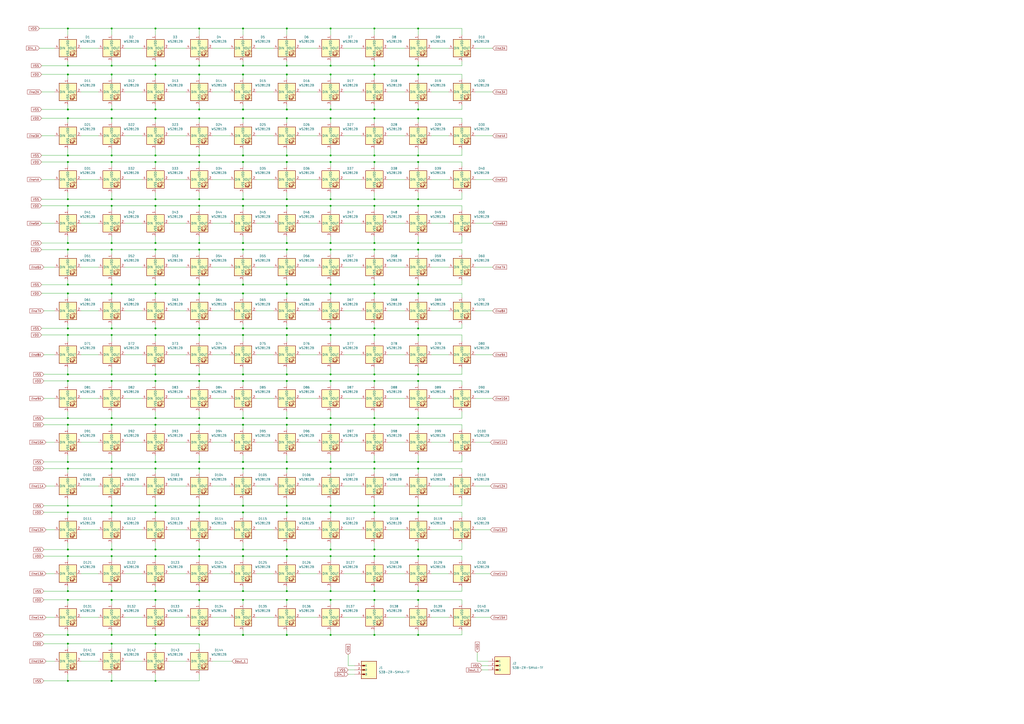
<source format=kicad_sch>
(kicad_sch (version 20250114) (generator "eeschema") (generator_version "9.0")
  (paper "A2")
  (junction (at 64.77 368.3))
  (junction (at 140.97 297.18))
  (junction (at 90.17 190.5))
  (junction (at 39.37 342.9))
  (junction (at 39.37 90.17))
  (junction (at 166.37 322.58))
  (junction (at 115.57 90.17))
  (junction (at 217.17 271.78))
  (junction (at 140.97 347.98))
  (junction (at 191.77 170.18))
  (junction (at 64.77 93.98))
  (junction (at 140.97 267.97))
  (junction (at 64.77 271.78))
  (junction (at 242.57 220.98))
  (junction (at 64.77 220.98))
  (junction (at 90.17 115.57))
  (junction (at 39.37 144.78))
  (junction (at 90.17 90.17))
  (junction (at 191.77 165.1))
  (junction (at 39.37 246.38))
  (junction (at 140.97 170.18))
  (junction (at 90.17 43.18))
  (junction (at 39.37 140.97))
  (junction (at 90.17 394.97))
  (junction (at 115.57 115.57))
  (junction (at 166.37 242.57))
  (junction (at 191.77 246.38))
  (junction (at 217.17 170.18))
  (junction (at 115.57 267.97))
  (junction (at 115.57 271.78))
  (junction (at 191.77 68.58))
  (junction (at 115.57 217.17))
  (junction (at 140.97 271.78))
  (junction (at 242.57 119.38))
  (junction (at 39.37 267.97))
  (junction (at 115.57 68.58))
  (junction (at 242.57 347.98))
  (junction (at 90.17 220.98))
  (junction (at 191.77 16.51))
  (junction (at 90.17 322.58))
  (junction (at 90.17 217.17))
  (junction (at 115.57 43.18))
  (junction (at 191.77 63.5))
  (junction (at 191.77 217.17))
  (junction (at 166.37 16.51))
  (junction (at 217.17 144.78))
  (junction (at 140.97 318.77))
  (junction (at 166.37 368.3))
  (junction (at 242.57 342.9))
  (junction (at 90.17 246.38))
  (junction (at 242.57 165.1))
  (junction (at 191.77 90.17))
  (junction (at 217.17 322.58))
  (junction (at 242.57 368.3))
  (junction (at 90.17 318.77))
  (junction (at 115.57 220.98))
  (junction (at 242.57 115.57))
  (junction (at 39.37 43.18))
  (junction (at 166.37 246.38))
  (junction (at 217.17 90.17))
  (junction (at 242.57 194.31))
  (junction (at 90.17 347.98))
  (junction (at 64.77 394.97))
  (junction (at 191.77 368.3))
  (junction (at 64.77 115.57))
  (junction (at 115.57 322.58))
  (junction (at 90.17 373.38))
  (junction (at 217.17 43.18))
  (junction (at 140.97 217.17))
  (junction (at 39.37 318.77))
  (junction (at 64.77 119.38))
  (junction (at 39.37 322.58))
  (junction (at 217.17 347.98))
  (junction (at 191.77 194.31))
  (junction (at 217.17 220.98))
  (junction (at 166.37 140.97))
  (junction (at 166.37 220.98))
  (junction (at 64.77 217.17))
  (junction (at 217.17 119.38))
  (junction (at 39.37 16.51))
  (junction (at 242.57 43.18))
  (junction (at 39.37 194.31))
  (junction (at 39.37 170.18))
  (junction (at 64.77 347.98))
  (junction (at 242.57 217.17))
  (junction (at 90.17 342.9))
  (junction (at 90.17 368.3))
  (junction (at 191.77 190.5))
  (junction (at 90.17 293.37))
  (junction (at 90.17 140.97))
  (junction (at 64.77 242.57))
  (junction (at 242.57 190.5))
  (junction (at 64.77 194.31))
  (junction (at 166.37 342.9))
  (junction (at 166.37 38.1))
  (junction (at 140.97 90.17))
  (junction (at 191.77 342.9))
  (junction (at 166.37 68.58))
  (junction (at 39.37 242.57))
  (junction (at 90.17 144.78))
  (junction (at 166.37 43.18))
  (junction (at 64.77 297.18))
  (junction (at 217.17 190.5))
  (junction (at 140.97 16.51))
  (junction (at 64.77 190.5))
  (junction (at 217.17 140.97))
  (junction (at 39.37 165.1))
  (junction (at 217.17 318.77))
  (junction (at 242.57 16.51))
  (junction (at 217.17 16.51))
  (junction (at 166.37 115.57))
  (junction (at 140.97 322.58))
  (junction (at 217.17 368.3))
  (junction (at 39.37 293.37))
  (junction (at 191.77 271.78))
  (junction (at 115.57 246.38))
  (junction (at 115.57 242.57))
  (junction (at 39.37 93.98))
  (junction (at 115.57 93.98))
  (junction (at 217.17 165.1))
  (junction (at 242.57 297.18))
  (junction (at 242.57 38.1))
  (junction (at 39.37 190.5))
  (junction (at 166.37 347.98))
  (junction (at 39.37 368.3))
  (junction (at 140.97 242.57))
  (junction (at 217.17 293.37))
  (junction (at 140.97 246.38))
  (junction (at 140.97 115.57))
  (junction (at 39.37 63.5))
  (junction (at 39.37 373.38))
  (junction (at 64.77 38.1))
  (junction (at 90.17 93.98))
  (junction (at 166.37 93.98))
  (junction (at 166.37 267.97))
  (junction (at 166.37 271.78))
  (junction (at 115.57 165.1))
  (junction (at 242.57 90.17))
  (junction (at 191.77 318.77))
  (junction (at 217.17 93.98))
  (junction (at 217.17 242.57))
  (junction (at 166.37 217.17))
  (junction (at 242.57 140.97))
  (junction (at 166.37 170.18))
  (junction (at 242.57 267.97))
  (junction (at 242.57 271.78))
  (junction (at 191.77 119.38))
  (junction (at 191.77 38.1))
  (junction (at 39.37 220.98))
  (junction (at 166.37 63.5))
  (junction (at 64.77 342.9))
  (junction (at 140.97 190.5))
  (junction (at 140.97 140.97))
  (junction (at 166.37 293.37))
  (junction (at 115.57 190.5))
  (junction (at 166.37 194.31))
  (junction (at 64.77 373.38))
  (junction (at 90.17 16.51))
  (junction (at 242.57 63.5))
  (junction (at 140.97 119.38))
  (junction (at 217.17 115.57))
  (junction (at 217.17 63.5))
  (junction (at 115.57 170.18))
  (junction (at 140.97 342.9))
  (junction (at 39.37 394.97))
  (junction (at 115.57 144.78))
  (junction (at 115.57 140.97))
  (junction (at 166.37 297.18))
  (junction (at 90.17 297.18))
  (junction (at 90.17 170.18))
  (junction (at 90.17 242.57))
  (junction (at 191.77 115.57))
  (junction (at 217.17 246.38))
  (junction (at 242.57 246.38))
  (junction (at 64.77 165.1))
  (junction (at 242.57 318.77))
  (junction (at 140.97 194.31))
  (junction (at 191.77 297.18))
  (junction (at 140.97 144.78))
  (junction (at 115.57 16.51))
  (junction (at 39.37 217.17))
  (junction (at 217.17 342.9))
  (junction (at 90.17 68.58))
  (junction (at 115.57 368.3))
  (junction (at 39.37 271.78))
  (junction (at 217.17 38.1))
  (junction (at 140.97 93.98))
  (junction (at 90.17 38.1))
  (junction (at 217.17 68.58))
  (junction (at 217.17 267.97))
  (junction (at 64.77 90.17))
  (junction (at 115.57 342.9))
  (junction (at 191.77 220.98))
  (junction (at 166.37 318.77))
  (junction (at 64.77 43.18))
  (junction (at 64.77 246.38))
  (junction (at 140.97 38.1))
  (junction (at 39.37 347.98))
  (junction (at 191.77 322.58))
  (junction (at 140.97 43.18))
  (junction (at 140.97 63.5))
  (junction (at 64.77 63.5))
  (junction (at 242.57 93.98))
  (junction (at 166.37 144.78))
  (junction (at 64.77 293.37))
  (junction (at 166.37 119.38))
  (junction (at 115.57 63.5))
  (junction (at 166.37 90.17))
  (junction (at 140.97 368.3))
  (junction (at 166.37 165.1))
  (junction (at 191.77 93.98))
  (junction (at 115.57 297.18))
  (junction (at 115.57 194.31))
  (junction (at 115.57 293.37))
  (junction (at 64.77 322.58))
  (junction (at 242.57 322.58))
  (junction (at 191.77 347.98))
  (junction (at 39.37 297.18))
  (junction (at 64.77 16.51))
  (junction (at 191.77 293.37))
  (junction (at 242.57 170.18))
  (junction (at 217.17 194.31))
  (junction (at 90.17 194.31))
  (junction (at 191.77 242.57))
  (junction (at 140.97 293.37))
  (junction (at 64.77 267.97))
  (junction (at 115.57 347.98))
  (junction (at 140.97 220.98))
  (junction (at 242.57 144.78))
  (junction (at 242.57 293.37))
  (junction (at 217.17 297.18))
  (junction (at 115.57 119.38))
  (junction (at 191.77 144.78))
  (junction (at 191.77 267.97))
  (junction (at 90.17 271.78))
  (junction (at 217.17 217.17))
  (junction (at 64.77 144.78))
  (junction (at 115.57 38.1))
  (junction (at 64.77 170.18))
  (junction (at 90.17 267.97))
  (junction (at 191.77 43.18))
  (junction (at 140.97 165.1))
  (junction (at 115.57 318.77))
  (junction (at 242.57 68.58))
  (junction (at 191.77 140.97))
  (junction (at 64.77 318.77))
  (junction (at 90.17 165.1))
  (junction (at 64.77 140.97))
  (junction (at 64.77 68.58))
  (junction (at 166.37 190.5))
  (junction (at 39.37 115.57))
  (junction (at 90.17 63.5))
  (junction (at 242.57 242.57))
  (junction (at 90.17 119.38))
  (junction (at 39.37 68.58))
  (junction (at 39.37 119.38))
  (junction (at 39.37 38.1))
  (junction (at 140.97 68.58))
  (wire (pts (xy 25.4 293.37) (xy 39.37 293.37)))
  (wire (pts (xy 64.77 93.98) (xy 90.17 93.98)))
  (wire (pts (xy 250.19 358.14) (xy 260.35 358.14)))
  (wire (pts (xy 24.13 93.98) (xy 39.37 93.98)))
  (wire (pts (xy 90.17 314.96) (xy 90.17 318.77)))
  (wire (pts (xy 39.37 297.18) (xy 64.77 297.18)))
  (wire (pts (xy 39.37 63.5) (xy 64.77 63.5)))
  (wire (pts (xy 90.17 115.57) (xy 115.57 115.57)))
  (wire (pts (xy 64.77 190.5) (xy 90.17 190.5)))
  (wire (pts (xy 64.77 16.51) (xy 64.77 20.32)))
  (wire (pts (xy 166.37 170.18) (xy 166.37 172.72)))
  (wire (pts (xy 64.77 35.56) (xy 64.77 38.1)))
  (wire (pts (xy 217.17 289.56) (xy 217.17 293.37)))
  (wire (pts (xy 64.77 213.36) (xy 64.77 217.17)))
  (wire (pts (xy 46.99 281.94) (xy 57.15 281.94)))
  (wire (pts (xy 24.13 140.97) (xy 39.37 140.97)))
  (wire (pts (xy 217.17 318.77) (xy 242.57 318.77)))
  (wire (pts (xy 166.37 318.77) (xy 191.77 318.77)))
  (wire (pts (xy 115.57 267.97) (xy 140.97 267.97)))
  (wire (pts (xy 267.97 68.58) (xy 267.97 71.12)))
  (wire (pts (xy 123.19 104.14) (xy 133.35 104.14)))
  (wire (pts (xy 24.13 115.57) (xy 39.37 115.57)))
  (wire (pts (xy 97.79 307.34) (xy 107.95 307.34)))
  (wire (pts (xy 166.37 213.36) (xy 166.37 217.17)))
  (wire (pts (xy 199.39 205.74) (xy 209.55 205.74)))
  (wire (pts (xy 39.37 35.56) (xy 39.37 38.1)))
  (wire (pts (xy 191.77 322.58) (xy 217.17 322.58)))
  (wire (pts (xy 115.57 68.58) (xy 140.97 68.58)))
  (wire (pts (xy 39.37 16.51) (xy 39.37 20.32)))
  (wire (pts (xy 250.19 180.34) (xy 260.35 180.34)))
  (wire (pts (xy 217.17 140.97) (xy 242.57 140.97)))
  (wire (pts (xy 217.17 43.18) (xy 242.57 43.18)))
  (wire (pts (xy 140.97 297.18) (xy 140.97 299.72)))
  (wire (pts (xy 64.77 144.78) (xy 90.17 144.78)))
  (wire (pts (xy 39.37 170.18) (xy 64.77 170.18)))
  (wire (pts (xy 115.57 63.5) (xy 140.97 63.5)))
  (wire (pts (xy 140.97 68.58) (xy 140.97 71.12)))
  (wire (pts (xy 191.77 86.36) (xy 191.77 90.17)))
  (wire (pts (xy 217.17 43.18) (xy 217.17 45.72)))
  (wire (pts (xy 140.97 170.18) (xy 140.97 172.72)))
  (wire (pts (xy 191.77 194.31) (xy 191.77 198.12)))
  (wire (pts (xy 166.37 119.38) (xy 191.77 119.38)))
  (wire (pts (xy 90.17 213.36) (xy 90.17 217.17)))
  (wire (pts (xy 90.17 170.18) (xy 115.57 170.18)))
  (wire (pts (xy 217.17 119.38) (xy 242.57 119.38)))
  (wire (pts (xy 242.57 271.78) (xy 242.57 274.32)))
  (wire (pts (xy 140.97 170.18) (xy 166.37 170.18)))
  (wire (pts (xy 242.57 190.5) (xy 267.97 190.5)))
  (wire (pts (xy 173.99 154.94) (xy 184.15 154.94)))
  (wire (pts (xy 166.37 264.16) (xy 166.37 267.97)))
  (wire (pts (xy 64.77 140.97) (xy 90.17 140.97)))
  (wire (pts (xy 140.97 190.5) (xy 166.37 190.5)))
  (wire (pts (xy 250.19 231.14) (xy 260.35 231.14)))
  (wire (pts (xy 191.77 322.58) (xy 191.77 325.12)))
  (wire (pts (xy 25.4 180.34) (xy 31.75 180.34)))
  (wire (pts (xy 123.19 180.34) (xy 133.35 180.34)))
  (wire (pts (xy 201.93 391.16) (xy 205.74 391.16)))
  (wire (pts (xy 148.59 358.14) (xy 158.75 358.14)))
  (wire (pts (xy 217.17 162.56) (xy 217.17 165.1)))
  (wire (pts (xy 242.57 297.18) (xy 267.97 297.18)))
  (wire (pts (xy 39.37 391.16) (xy 39.37 394.97)))
  (wire (pts (xy 191.77 368.3) (xy 217.17 368.3)))
  (wire (pts (xy 140.97 264.16) (xy 140.97 267.97)))
  (wire (pts (xy 90.17 220.98) (xy 90.17 223.52)))
  (wire (pts (xy 39.37 162.56) (xy 39.37 165.1)))
  (wire (pts (xy 140.97 368.3) (xy 166.37 368.3)))
  (wire (pts (xy 166.37 347.98) (xy 166.37 350.52)))
  (wire (pts (xy 90.17 144.78) (xy 115.57 144.78)))
  (wire (pts (xy 191.77 342.9) (xy 217.17 342.9)))
  (wire (pts (xy 123.19 281.94) (xy 133.35 281.94)))
  (wire (pts (xy 90.17 322.58) (xy 90.17 325.12)))
  (wire (pts (xy 191.77 365.76) (xy 191.77 368.3)))
  (wire (pts (xy 242.57 293.37) (xy 267.97 293.37)))
  (wire (pts (xy 267.97 170.18) (xy 267.97 172.72)))
  (wire (pts (xy 275.59 129.54) (xy 285.75 129.54)))
  (wire (pts (xy 25.4 267.97) (xy 39.37 267.97)))
  (wire (pts (xy 140.97 271.78) (xy 166.37 271.78)))
  (wire (pts (xy 72.39 281.94) (xy 82.55 281.94)))
  (wire (pts (xy 191.77 93.98) (xy 217.17 93.98)))
  (wire (pts (xy 115.57 187.96) (xy 115.57 190.5)))
  (wire (pts (xy 64.77 170.18) (xy 90.17 170.18)))
  (wire (pts (xy 123.19 231.14) (xy 133.35 231.14)))
  (wire (pts (xy 242.57 220.98) (xy 242.57 223.52)))
  (wire (pts (xy 39.37 43.18) (xy 39.37 45.72)))
  (wire (pts (xy 242.57 297.18) (xy 242.57 299.72)))
  (wire (pts (xy 39.37 111.76) (xy 39.37 115.57)))
  (wire (pts (xy 90.17 242.57) (xy 115.57 242.57)))
  (wire (pts (xy 166.37 60.96) (xy 166.37 63.5)))
  (wire (pts (xy 275.59 358.14) (xy 284.48 358.14)))
  (wire (pts (xy 267.97 144.78) (xy 267.97 147.32)))
  (wire (pts (xy 39.37 220.98) (xy 64.77 220.98)))
  (wire (pts (xy 46.99 307.34) (xy 57.15 307.34)))
  (wire (pts (xy 140.97 144.78) (xy 140.97 147.32)))
  (wire (pts (xy 90.17 43.18) (xy 115.57 43.18)))
  (wire (pts (xy 242.57 246.38) (xy 267.97 246.38)))
  (wire (pts (xy 217.17 194.31) (xy 242.57 194.31)))
  (wire (pts (xy 224.79 104.14) (xy 234.95 104.14)))
  (wire (pts (xy 166.37 43.18) (xy 191.77 43.18)))
  (wire (pts (xy 217.17 187.96) (xy 217.17 190.5)))
  (wire (pts (xy 267.97 119.38) (xy 267.97 121.92)))
  (wire (pts (xy 217.17 340.36) (xy 217.17 342.9)))
  (wire (pts (xy 90.17 140.97) (xy 115.57 140.97)))
  (wire (pts (xy 224.79 53.34) (xy 234.95 53.34)))
  (wire (pts (xy 166.37 140.97) (xy 191.77 140.97)))
  (wire (pts (xy 217.17 368.3) (xy 242.57 368.3)))
  (wire (pts (xy 166.37 194.31) (xy 191.77 194.31)))
  (wire (pts (xy 39.37 187.96) (xy 39.37 190.5)))
  (wire (pts (xy 97.79 154.94) (xy 107.95 154.94)))
  (wire (pts (xy 166.37 220.98) (xy 166.37 223.52)))
  (wire (pts (xy 242.57 289.56) (xy 242.57 293.37)))
  (wire (pts (xy 97.79 78.74) (xy 107.95 78.74)))
  (wire (pts (xy 64.77 115.57) (xy 90.17 115.57)))
  (wire (pts (xy 140.97 115.57) (xy 166.37 115.57)))
  (wire (pts (xy 39.37 271.78) (xy 39.37 274.32)))
  (wire (pts (xy 115.57 347.98) (xy 140.97 347.98)))
  (wire (pts (xy 90.17 93.98) (xy 115.57 93.98)))
  (wire (pts (xy 64.77 297.18) (xy 90.17 297.18)))
  (wire (pts (xy 140.97 220.98) (xy 166.37 220.98)))
  (wire (pts (xy 191.77 119.38) (xy 217.17 119.38)))
  (wire (pts (xy 123.19 307.34) (xy 133.35 307.34)))
  (wire (pts (xy 90.17 16.51) (xy 90.17 20.32)))
  (wire (pts (xy 140.97 267.97) (xy 166.37 267.97)))
  (wire (pts (xy 267.97 242.57) (xy 267.97 238.76)))
  (wire (pts (xy 115.57 194.31) (xy 140.97 194.31)))
  (wire (pts (xy 242.57 140.97) (xy 267.97 140.97)))
  (wire (pts (xy 217.17 35.56) (xy 217.17 38.1)))
  (wire (pts (xy 242.57 86.36) (xy 242.57 90.17)))
  (wire (pts (xy 217.17 347.98) (xy 217.17 350.52)))
  (wire (pts (xy 217.17 119.38) (xy 217.17 121.92)))
  (wire (pts (xy 123.19 27.94) (xy 133.35 27.94)))
  (wire (pts (xy 39.37 373.38) (xy 39.37 375.92)))
  (wire (pts (xy 224.79 307.34) (xy 234.95 307.34)))
  (wire (pts (xy 39.37 86.36) (xy 39.37 90.17)))
  (wire (pts (xy 140.97 60.96) (xy 140.97 63.5)))
  (wire (pts (xy 115.57 297.18) (xy 140.97 297.18)))
  (wire (pts (xy 242.57 16.51) (xy 242.57 20.32)))
  (wire (pts (xy 140.97 63.5) (xy 166.37 63.5)))
  (wire (pts (xy 166.37 365.76) (xy 166.37 368.3)))
  (wire (pts (xy 173.99 231.14) (xy 184.15 231.14)))
  (wire (pts (xy 64.77 297.18) (xy 64.77 299.72)))
  (wire (pts (xy 166.37 43.18) (xy 166.37 45.72)))
  (wire (pts (xy 64.77 194.31) (xy 90.17 194.31)))
  (wire (pts (xy 39.37 217.17) (xy 64.77 217.17)))
  (wire (pts (xy 46.99 256.54) (xy 57.15 256.54)))
  (wire (pts (xy 90.17 190.5) (xy 115.57 190.5)))
  (wire (pts (xy 115.57 38.1) (xy 140.97 38.1)))
  (wire (pts (xy 25.4 342.9) (xy 39.37 342.9)))
  (wire (pts (xy 115.57 340.36) (xy 115.57 342.9)))
  (wire (pts (xy 115.57 220.98) (xy 140.97 220.98)))
  (wire (pts (xy 115.57 115.57) (xy 140.97 115.57)))
  (wire (pts (xy 115.57 35.56) (xy 115.57 38.1)))
  (wire (pts (xy 140.97 119.38) (xy 140.97 121.92)))
  (wire (pts (xy 148.59 104.14) (xy 158.75 104.14)))
  (wire (pts (xy 39.37 165.1) (xy 64.77 165.1)))
  (wire (pts (xy 199.39 180.34) (xy 209.55 180.34)))
  (wire (pts (xy 276.86 378.46) (xy 276.86 383.54)))
  (wire (pts (xy 64.77 16.51) (xy 90.17 16.51)))
  (wire (pts (xy 115.57 322.58) (xy 140.97 322.58)))
  (wire (pts (xy 64.77 217.17) (xy 90.17 217.17)))
  (wire (pts (xy 24.13 165.1) (xy 39.37 165.1)))
  (wire (pts (xy 173.99 104.14) (xy 184.15 104.14)))
  (wire (pts (xy 217.17 93.98) (xy 242.57 93.98)))
  (wire (pts (xy 173.99 307.34) (xy 184.15 307.34)))
  (wire (pts (xy 217.17 297.18) (xy 242.57 297.18)))
  (wire (pts (xy 39.37 170.18) (xy 39.37 172.72)))
  (wire (pts (xy 64.77 43.18) (xy 90.17 43.18)))
  (wire (pts (xy 191.77 68.58) (xy 191.77 71.12)))
  (wire (pts (xy 191.77 137.16) (xy 191.77 140.97)))
  (wire (pts (xy 140.97 68.58) (xy 166.37 68.58)))
  (wire (pts (xy 191.77 293.37) (xy 217.17 293.37)))
  (wire (pts (xy 217.17 217.17) (xy 242.57 217.17)))
  (wire (pts (xy 242.57 213.36) (xy 242.57 217.17)))
  (wire (pts (xy 242.57 194.31) (xy 242.57 198.12)))
  (wire (pts (xy 90.17 391.16) (xy 90.17 394.97)))
  (wire (pts (xy 90.17 170.18) (xy 90.17 172.72)))
  (wire (pts (xy 191.77 60.96) (xy 191.77 63.5)))
  (wire (pts (xy 115.57 271.78) (xy 140.97 271.78)))
  (wire (pts (xy 24.13 190.5) (xy 39.37 190.5)))
  (wire (pts (xy 217.17 242.57) (xy 242.57 242.57)))
  (wire (pts (xy 166.37 242.57) (xy 191.77 242.57)))
  (wire (pts (xy 25.4 373.38) (xy 39.37 373.38)))
  (wire (pts (xy 191.77 246.38) (xy 191.77 248.92)))
  (wire (pts (xy 191.77 297.18) (xy 191.77 299.72)))
  (wire (pts (xy 242.57 16.51) (xy 267.97 16.51)))
  (wire (pts (xy 64.77 289.56) (xy 64.77 293.37)))
  (wire (pts (xy 25.4 322.58) (xy 39.37 322.58)))
  (wire (pts (xy 166.37 220.98) (xy 191.77 220.98)))
  (wire (pts (xy 166.37 322.58) (xy 191.77 322.58)))
  (wire (pts (xy 90.17 318.77) (xy 115.57 318.77)))
  (wire (pts (xy 64.77 373.38) (xy 64.77 375.92)))
  (wire (pts (xy 39.37 297.18) (xy 39.37 299.72)))
  (wire (pts (xy 267.97 140.97) (xy 267.97 137.16)))
  (wire (pts (xy 217.17 271.78) (xy 217.17 274.32)))
  (wire (pts (xy 90.17 38.1) (xy 115.57 38.1)))
  (wire (pts (xy 199.39 281.94) (xy 209.55 281.94)))
  (wire (pts (xy 217.17 165.1) (xy 242.57 165.1)))
  (wire (pts (xy 242.57 271.78) (xy 267.97 271.78)))
  (wire (pts (xy 199.39 231.14) (xy 209.55 231.14)))
  (wire (pts (xy 115.57 43.18) (xy 140.97 43.18)))
  (wire (pts (xy 166.37 314.96) (xy 166.37 318.77)))
  (wire (pts (xy 90.17 111.76) (xy 90.17 115.57)))
  (wire (pts (xy 24.13 194.31) (xy 39.37 194.31)))
  (wire (pts (xy 140.97 43.18) (xy 166.37 43.18)))
  (wire (pts (xy 267.97 297.18) (xy 267.97 299.72)))
  (wire (pts (xy 64.77 119.38) (xy 64.77 121.92)))
  (wire (pts (xy 199.39 307.34) (xy 209.55 307.34)))
  (wire (pts (xy 64.77 368.3) (xy 90.17 368.3)))
  (wire (pts (xy 64.77 165.1) (xy 90.17 165.1)))
  (wire (pts (xy 267.97 342.9) (xy 267.97 340.36)))
  (wire (pts (xy 97.79 332.74) (xy 107.95 332.74)))
  (wire (pts (xy 166.37 35.56) (xy 166.37 38.1)))
  (wire (pts (xy 275.59 281.94) (xy 284.48 281.94)))
  (wire (pts (xy 148.59 129.54) (xy 158.75 129.54)))
  (wire (pts (xy 39.37 115.57) (xy 64.77 115.57)))
  (wire (pts (xy 148.59 332.74) (xy 158.75 332.74)))
  (wire (pts (xy 191.77 43.18) (xy 191.77 45.72)))
  (wire (pts (xy 39.37 119.38) (xy 64.77 119.38)))
  (wire (pts (xy 191.77 347.98) (xy 217.17 347.98)))
  (wire (pts (xy 217.17 271.78) (xy 242.57 271.78)))
  (wire (pts (xy 191.77 16.51) (xy 191.77 20.32)))
  (wire (pts (xy 123.19 78.74) (xy 133.35 78.74)))
  (wire (pts (xy 191.77 194.31) (xy 217.17 194.31)))
  (wire (pts (xy 97.79 205.74) (xy 107.95 205.74)))
  (wire (pts (xy 39.37 314.96) (xy 39.37 318.77)))
  (wire (pts (xy 140.97 318.77) (xy 166.37 318.77)))
  (wire (pts (xy 191.77 297.18) (xy 217.17 297.18)))
  (wire (pts (xy 242.57 264.16) (xy 242.57 267.97)))
  (wire (pts (xy 39.37 16.51) (xy 64.77 16.51)))
  (wire (pts (xy 140.97 271.78) (xy 140.97 274.32)))
  (wire (pts (xy 97.79 358.14) (xy 107.95 358.14)))
  (wire (pts (xy 64.77 365.76) (xy 64.77 368.3)))
  (wire (pts (xy 217.17 190.5) (xy 242.57 190.5)))
  (wire (pts (xy 90.17 347.98) (xy 90.17 350.52)))
  (wire (pts (xy 217.17 220.98) (xy 217.17 223.52)))
  (wire (pts (xy 275.59 205.74) (xy 285.75 205.74)))
  (wire (pts (xy 90.17 194.31) (xy 90.17 198.12)))
  (wire (pts (xy 242.57 267.97) (xy 267.97 267.97)))
  (wire (pts (xy 148.59 256.54) (xy 158.75 256.54)))
  (wire (pts (xy 279.4 386.08) (xy 283.21 386.08)))
  (wire (pts (xy 140.97 165.1) (xy 166.37 165.1)))
  (wire (pts (xy 64.77 170.18) (xy 64.77 172.72)))
  (wire (pts (xy 64.77 318.77) (xy 90.17 318.77)))
  (wire (pts (xy 24.13 129.54) (xy 31.75 129.54)))
  (wire (pts (xy 97.79 129.54) (xy 107.95 129.54)))
  (wire (pts (xy 242.57 340.36) (xy 242.57 342.9)))
  (wire (pts (xy 25.4 220.98) (xy 39.37 220.98)))
  (wire (pts (xy 267.97 293.37) (xy 267.97 289.56)))
  (wire (pts (xy 72.39 205.74) (xy 82.55 205.74)))
  (wire (pts (xy 267.97 322.58) (xy 267.97 325.12)))
  (wire (pts (xy 26.67 358.14) (xy 31.75 358.14)))
  (wire (pts (xy 166.37 86.36) (xy 166.37 90.17)))
  (wire (pts (xy 46.99 205.74) (xy 57.15 205.74)))
  (wire (pts (xy 173.99 256.54) (xy 184.15 256.54)))
  (wire (pts (xy 64.77 68.58) (xy 90.17 68.58)))
  (wire (pts (xy 140.97 93.98) (xy 140.97 96.52)))
  (wire (pts (xy 242.57 194.31) (xy 267.97 194.31)))
  (wire (pts (xy 199.39 332.74) (xy 209.55 332.74)))
  (wire (pts (xy 217.17 60.96) (xy 217.17 63.5)))
  (wire (pts (xy 90.17 86.36) (xy 90.17 90.17)))
  (wire (pts (xy 242.57 68.58) (xy 242.57 71.12)))
  (wire (pts (xy 123.19 256.54) (xy 133.35 256.54)))
  (wire (pts (xy 148.59 154.94) (xy 158.75 154.94)))
  (wire (pts (xy 123.19 383.54) (xy 134.62 383.54)))
  (wire (pts (xy 224.79 129.54) (xy 234.95 129.54)))
  (wire (pts (xy 72.39 104.14) (xy 82.55 104.14)))
  (wire (pts (xy 26.67 383.54) (xy 31.75 383.54)))
  (wire (pts (xy 267.97 368.3) (xy 267.97 365.76)))
  (wire (pts (xy 115.57 368.3) (xy 140.97 368.3)))
  (wire (pts (xy 217.17 220.98) (xy 242.57 220.98)))
  (wire (pts (xy 24.13 170.18) (xy 39.37 170.18)))
  (wire (pts (xy 97.79 53.34) (xy 107.95 53.34)))
  (wire (pts (xy 24.13 63.5) (xy 39.37 63.5)))
  (wire (pts (xy 64.77 144.78) (xy 64.77 147.32)))
  (wire (pts (xy 166.37 267.97) (xy 191.77 267.97)))
  (wire (pts (xy 217.17 68.58) (xy 242.57 68.58)))
  (wire (pts (xy 148.59 281.94) (xy 158.75 281.94)))
  (wire (pts (xy 39.37 289.56) (xy 39.37 293.37)))
  (wire (pts (xy 97.79 281.94) (xy 107.95 281.94)))
  (wire (pts (xy 39.37 340.36) (xy 39.37 342.9)))
  (wire (pts (xy 217.17 264.16) (xy 217.17 267.97)))
  (wire (pts (xy 115.57 111.76) (xy 115.57 115.57)))
  (wire (pts (xy 115.57 137.16) (xy 115.57 140.97)))
  (wire (pts (xy 148.59 205.74) (xy 158.75 205.74)))
  (wire (pts (xy 173.99 180.34) (xy 184.15 180.34)))
  (wire (pts (xy 173.99 281.94) (xy 184.15 281.94)))
  (wire (pts (xy 166.37 93.98) (xy 166.37 96.52)))
  (wire (pts (xy 64.77 267.97) (xy 90.17 267.97)))
  (wire (pts (xy 90.17 368.3) (xy 115.57 368.3)))
  (wire (pts (xy 242.57 68.58) (xy 267.97 68.58)))
  (wire (pts (xy 166.37 115.57) (xy 191.77 115.57)))
  (wire (pts (xy 166.37 293.37) (xy 191.77 293.37)))
  (wire (pts (xy 242.57 170.18) (xy 267.97 170.18)))
  (wire (pts (xy 115.57 314.96) (xy 115.57 318.77)))
  (wire (pts (xy 90.17 271.78) (xy 90.17 274.32)))
  (wire (pts (xy 140.97 297.18) (xy 166.37 297.18)))
  (wire (pts (xy 39.37 90.17) (xy 64.77 90.17)))
  (wire (pts (xy 166.37 144.78) (xy 166.37 147.32)))
  (wire (pts (xy 22.86 16.51) (xy 39.37 16.51)))
  (wire (pts (xy 90.17 365.76) (xy 90.17 368.3)))
  (wire (pts (xy 275.59 307.34) (xy 284.48 307.34)))
  (wire (pts (xy 217.17 63.5) (xy 242.57 63.5)))
  (wire (pts (xy 275.59 256.54) (xy 284.48 256.54)))
  (wire (pts (xy 115.57 16.51) (xy 140.97 16.51)))
  (wire (pts (xy 191.77 318.77) (xy 217.17 318.77)))
  (wire (pts (xy 39.37 264.16) (xy 39.37 267.97)))
  (wire (pts (xy 115.57 213.36) (xy 115.57 217.17)))
  (wire (pts (xy 191.77 340.36) (xy 191.77 342.9)))
  (wire (pts (xy 267.97 271.78) (xy 267.97 274.32)))
  (wire (pts (xy 224.79 358.14) (xy 234.95 358.14)))
  (wire (pts (xy 140.97 38.1) (xy 166.37 38.1)))
  (wire (pts (xy 199.39 78.74) (xy 209.55 78.74)))
  (wire (pts (xy 242.57 35.56) (xy 242.57 38.1)))
  (wire (pts (xy 166.37 93.98) (xy 191.77 93.98)))
  (wire (pts (xy 191.77 140.97) (xy 217.17 140.97)))
  (wire (pts (xy 123.19 129.54) (xy 133.35 129.54)))
  (wire (pts (xy 217.17 144.78) (xy 242.57 144.78)))
  (wire (pts (xy 217.17 194.31) (xy 217.17 198.12)))
  (wire (pts (xy 140.97 16.51) (xy 140.97 20.32)))
  (wire (pts (xy 140.97 365.76) (xy 140.97 368.3)))
  (wire (pts (xy 191.77 165.1) (xy 217.17 165.1)))
  (wire (pts (xy 24.13 68.58) (xy 39.37 68.58)))
  (wire (pts (xy 166.37 68.58) (xy 166.37 71.12)))
  (wire (pts (xy 250.19 205.74) (xy 260.35 205.74)))
  (wire (pts (xy 166.37 271.78) (xy 191.77 271.78)))
  (wire (pts (xy 166.37 190.5) (xy 191.77 190.5)))
  (wire (pts (xy 115.57 86.36) (xy 115.57 90.17)))
  (wire (pts (xy 275.59 332.74) (xy 284.48 332.74)))
  (wire (pts (xy 26.67 307.34) (xy 31.75 307.34)))
  (wire (pts (xy 224.79 180.34) (xy 234.95 180.34)))
  (wire (pts (xy 24.13 104.14) (xy 31.75 104.14)))
  (wire (pts (xy 224.79 256.54) (xy 234.95 256.54)))
  (wire (pts (xy 140.97 217.17) (xy 166.37 217.17)))
  (wire (pts (xy 39.37 322.58) (xy 39.37 325.12)))
  (wire (pts (xy 191.77 242.57) (xy 217.17 242.57)))
  (wire (pts (xy 72.39 358.14) (xy 82.55 358.14)))
  (wire (pts (xy 46.99 53.34) (xy 57.15 53.34)))
  (wire (pts (xy 39.37 246.38) (xy 64.77 246.38)))
  (wire (pts (xy 90.17 238.76) (xy 90.17 242.57)))
  (wire (pts (xy 250.19 104.14) (xy 260.35 104.14)))
  (wire (pts (xy 140.97 187.96) (xy 140.97 190.5)))
  (wire (pts (xy 39.37 68.58) (xy 64.77 68.58)))
  (wire (pts (xy 242.57 60.96) (xy 242.57 63.5)))
  (wire (pts (xy 191.77 271.78) (xy 217.17 271.78)))
  (wire (pts (xy 199.39 129.54) (xy 209.55 129.54)))
  (wire (pts (xy 267.97 246.38) (xy 267.97 248.92)))
  (wire (pts (xy 90.17 194.31) (xy 115.57 194.31)))
  (wire (pts (xy 242.57 144.78) (xy 242.57 147.32)))
  (wire (pts (xy 115.57 242.57) (xy 140.97 242.57)))
  (wire (pts (xy 64.77 293.37) (xy 90.17 293.37)))
  (wire (pts (xy 115.57 93.98) (xy 115.57 96.52)))
  (wire (pts (xy 250.19 27.94) (xy 260.35 27.94)))
  (wire (pts (xy 72.39 53.34) (xy 82.55 53.34)))
  (wire (pts (xy 217.17 238.76) (xy 217.17 242.57)))
  (wire (pts (xy 140.97 322.58) (xy 140.97 325.12)))
  (wire (pts (xy 166.37 289.56) (xy 166.37 293.37)))
  (wire (pts (xy 25.4 154.94) (xy 31.75 154.94)))
  (wire (pts (xy 115.57 93.98) (xy 140.97 93.98)))
  (wire (pts (xy 267.97 267.97) (xy 267.97 264.16)))
  (wire (pts (xy 39.37 293.37) (xy 64.77 293.37)))
  (wire (pts (xy 166.37 340.36) (xy 166.37 342.9)))
  (wire (pts (xy 39.37 144.78) (xy 64.77 144.78)))
  (wire (pts (xy 72.39 383.54) (xy 82.55 383.54)))
  (wire (pts (xy 25.4 217.17) (xy 39.37 217.17)))
  (wire (pts (xy 191.77 271.78) (xy 191.77 274.32)))
  (wire (pts (xy 140.97 246.38) (xy 140.97 248.92)))
  (wire (pts (xy 191.77 267.97) (xy 217.17 267.97)))
  (wire (pts (xy 275.59 231.14) (xy 285.75 231.14)))
  (wire (pts (xy 64.77 314.96) (xy 64.77 318.77)))
  (wire (pts (xy 39.37 373.38) (xy 64.77 373.38)))
  (wire (pts (xy 217.17 16.51) (xy 217.17 20.32)))
  (wire (pts (xy 140.97 144.78) (xy 166.37 144.78)))
  (wire (pts (xy 242.57 342.9) (xy 267.97 342.9)))
  (wire (pts (xy 39.37 365.76) (xy 39.37 368.3)))
  (wire (pts (xy 275.59 104.14) (xy 285.75 104.14)))
  (wire (pts (xy 64.77 246.38) (xy 64.77 248.92)))
  (wire (pts (xy 90.17 264.16) (xy 90.17 267.97)))
  (wire (pts (xy 39.37 93.98) (xy 39.37 96.52)))
  (wire (pts (xy 242.57 90.17) (xy 267.97 90.17)))
  (wire (pts (xy 279.4 388.62) (xy 283.21 388.62)))
  (wire (pts (xy 217.17 322.58) (xy 242.57 322.58)))
  (wire (pts (xy 166.37 198.12) (xy 166.37 194.31)))
  (wire (pts (xy 217.17 246.38) (xy 217.17 248.92)))
  (wire (pts (xy 97.79 27.94) (xy 107.95 27.94)))
  (wire (pts (xy 166.37 322.58) (xy 166.37 325.12)))
  (wire (pts (xy 90.17 322.58) (xy 115.57 322.58)))
  (wire (pts (xy 140.97 220.98) (xy 140.97 223.52)))
  (wire (pts (xy 242.57 347.98) (xy 242.57 350.52)))
  (wire (pts (xy 191.77 220.98) (xy 191.77 223.52)))
  (wire (pts (xy 275.59 78.74) (xy 285.75 78.74)))
  (wire (pts (xy 39.37 322.58) (xy 64.77 322.58)))
  (wire (pts (xy 46.99 104.14) (xy 57.15 104.14)))
  (wire (pts (xy 166.37 38.1) (xy 191.77 38.1)))
  (wire (pts (xy 90.17 43.18) (xy 90.17 45.72)))
  (wire (pts (xy 199.39 104.14) (xy 209.55 104.14)))
  (wire (pts (xy 115.57 144.78) (xy 115.57 147.32)))
  (wire (pts (xy 90.17 297.18) (xy 90.17 299.72)))
  (wire (pts (xy 173.99 332.74) (xy 184.15 332.74)))
  (wire (pts (xy 267.97 318.77) (xy 267.97 314.96)))
  (wire (pts (xy 90.17 340.36) (xy 90.17 342.9)))
  (wire (pts (xy 267.97 115.57) (xy 267.97 111.76)))
  (wire (pts (xy 90.17 119.38) (xy 115.57 119.38)))
  (wire (pts (xy 242.57 111.76) (xy 242.57 115.57)))
  (wire (pts (xy 267.97 217.17) (xy 267.97 213.36)))
  (wire (pts (xy 148.59 180.34) (xy 158.75 180.34)))
  (wire (pts (xy 90.17 93.98) (xy 90.17 96.52)))
  (wire (pts (xy 90.17 137.16) (xy 90.17 140.97)))
  (wire (pts (xy 250.19 154.94) (xy 260.35 154.94)))
  (wire (pts (xy 242.57 119.38) (xy 267.97 119.38)))
  (wire (pts (xy 115.57 289.56) (xy 115.57 293.37)))
  (wire (pts (xy 90.17 220.98) (xy 115.57 220.98)))
  (wire (pts (xy 25.4 271.78) (xy 39.37 271.78)))
  (wire (pts (xy 140.97 194.31) (xy 140.97 198.12)))
  (wire (pts (xy 39.37 144.78) (xy 39.37 147.32)))
  (wire (pts (xy 39.37 347.98) (xy 64.77 347.98)))
  (wire (pts (xy 191.77 289.56) (xy 191.77 293.37)))
  (wire (pts (xy 24.13 78.74) (xy 31.75 78.74)))
  (wire (pts (xy 90.17 119.38) (xy 90.17 121.92)))
  (wire (pts (xy 97.79 383.54) (xy 107.95 383.54)))
  (wire (pts (xy 90.17 271.78) (xy 115.57 271.78)))
  (wire (pts (xy 72.39 27.94) (xy 82.55 27.94)))
  (wire (pts (xy 25.4 318.77) (xy 39.37 318.77)))
  (wire (pts (xy 72.39 307.34) (xy 82.55 307.34)))
  (wire (pts (xy 97.79 256.54) (xy 107.95 256.54)))
  (wire (pts (xy 166.37 63.5) (xy 191.77 63.5)))
  (wire (pts (xy 148.59 27.94) (xy 158.75 27.94)))
  (wire (pts (xy 115.57 119.38) (xy 115.57 121.92)))
  (wire (pts (xy 250.19 332.74) (xy 260.35 332.74)))
  (wire (pts (xy 22.86 27.94) (xy 31.75 27.94)))
  (wire (pts (xy 199.39 358.14) (xy 209.55 358.14)))
  (wire (pts (xy 97.79 231.14) (xy 107.95 231.14)))
  (wire (pts (xy 267.97 165.1) (xy 267.97 162.56)))
  (wire (pts (xy 191.77 170.18) (xy 217.17 170.18)))
  (wire (pts (xy 39.37 190.5) (xy 64.77 190.5)))
  (wire (pts (xy 173.99 27.94) (xy 184.15 27.94)))
  (wire (pts (xy 90.17 342.9) (xy 115.57 342.9)))
  (wire (pts (xy 224.79 154.94) (xy 234.95 154.94)))
  (wire (pts (xy 242.57 115.57) (xy 267.97 115.57)))
  (wire (pts (xy 115.57 217.17) (xy 140.97 217.17)))
  (wire (pts (xy 140.97 322.58) (xy 166.37 322.58)))
  (wire (pts (xy 115.57 246.38) (xy 140.97 246.38)))
  (wire (pts (xy 64.77 238.76) (xy 64.77 242.57)))
  (wire (pts (xy 25.4 368.3) (xy 39.37 368.3)))
  (wire (pts (xy 39.37 246.38) (xy 39.37 248.92)))
  (wire (pts (xy 39.37 140.97) (xy 64.77 140.97)))
  (wire (pts (xy 217.17 38.1) (xy 242.57 38.1)))
  (wire (pts (xy 217.17 314.96) (xy 217.17 318.77)))
  (wire (pts (xy 242.57 170.18) (xy 242.57 172.72)))
  (wire (pts (xy 39.37 38.1) (xy 64.77 38.1)))
  (wire (pts (xy 115.57 60.96) (xy 115.57 63.5)))
  (wire (pts (xy 39.37 267.97) (xy 64.77 267.97)))
  (wire (pts (xy 90.17 373.38) (xy 115.57 373.38)))
  (wire (pts (xy 90.17 90.17) (xy 115.57 90.17)))
  (wire (pts (xy 224.79 332.74) (xy 234.95 332.74)))
  (wire (pts (xy 242.57 137.16) (xy 242.57 140.97)))
  (wire (pts (xy 250.19 281.94) (xy 260.35 281.94)))
  (wire (pts (xy 90.17 289.56) (xy 90.17 293.37)))
  (wire (pts (xy 39.37 394.97) (xy 64.77 394.97)))
  (wire (pts (xy 39.37 68.58) (xy 39.37 71.12)))
  (wire (pts (xy 97.79 104.14) (xy 107.95 104.14)))
  (wire (pts (xy 250.19 256.54) (xy 260.35 256.54)))
  (wire (pts (xy 64.77 68.58) (xy 64.77 71.12)))
  (wire (pts (xy 173.99 78.74) (xy 184.15 78.74)))
  (wire (pts (xy 39.37 342.9) (xy 64.77 342.9)))
  (wire (pts (xy 90.17 217.17) (xy 115.57 217.17)))
  (wire (pts (xy 191.77 190.5) (xy 217.17 190.5)))
  (wire (pts (xy 115.57 162.56) (xy 115.57 165.1)))
  (wire (pts (xy 90.17 347.98) (xy 115.57 347.98)))
  (wire (pts (xy 115.57 318.77) (xy 140.97 318.77)))
  (wire (pts (xy 115.57 68.58) (xy 115.57 71.12)))
  (wire (pts (xy 64.77 38.1) (xy 90.17 38.1)))
  (wire (pts (xy 140.97 314.96) (xy 140.97 318.77)))
  (wire (pts (xy 191.77 217.17) (xy 217.17 217.17)))
  (wire (pts (xy 191.77 16.51) (xy 217.17 16.51)))
  (wire (pts (xy 64.77 93.98) (xy 64.77 96.52)))
  (wire (pts (xy 140.97 194.31) (xy 166.37 194.31)))
  (wire (pts (xy 25.4 231.14) (xy 31.75 231.14)))
  (wire (pts (xy 275.59 154.94) (xy 285.75 154.94)))
  (wire (pts (xy 39.37 318.77) (xy 64.77 318.77)))
  (wire (pts (xy 267.97 347.98) (xy 267.97 350.52)))
  (wire (pts (xy 242.57 38.1) (xy 267.97 38.1)))
  (wire (pts (xy 140.97 43.18) (xy 140.97 45.72)))
  (wire (pts (xy 72.39 332.74) (xy 82.55 332.74)))
  (wire (pts (xy 39.37 93.98) (xy 64.77 93.98)))
  (wire (pts (xy 242.57 144.78) (xy 267.97 144.78)))
  (wire (pts (xy 64.77 86.36) (xy 64.77 90.17)))
  (wire (pts (xy 191.77 68.58) (xy 217.17 68.58)))
  (wire (pts (xy 199.39 256.54) (xy 209.55 256.54)))
  (wire (pts (xy 242.57 93.98) (xy 242.57 96.52)))
  (wire (pts (xy 115.57 238.76) (xy 115.57 242.57)))
  (wire (pts (xy 173.99 358.14) (xy 184.15 358.14)))
  (wire (pts (xy 140.97 289.56) (xy 140.97 293.37)))
  (wire (pts (xy 90.17 144.78) (xy 90.17 147.32)))
  (wire (pts (xy 217.17 342.9) (xy 242.57 342.9)))
  (wire (pts (xy 217.17 213.36) (xy 217.17 217.17)))
  (wire (pts (xy 39.37 347.98) (xy 39.37 350.52)))
  (wire (pts (xy 224.79 27.94) (xy 234.95 27.94)))
  (wire (pts (xy 26.67 256.54) (xy 31.75 256.54)))
  (wire (pts (xy 64.77 347.98) (xy 90.17 347.98)))
  (wire (pts (xy 166.37 16.51) (xy 166.37 20.32)))
  (wire (pts (xy 191.77 264.16) (xy 191.77 267.97)))
  (wire (pts (xy 148.59 307.34) (xy 158.75 307.34)))
  (wire (pts (xy 64.77 264.16) (xy 64.77 267.97)))
  (wire (pts (xy 39.37 60.96) (xy 39.37 63.5)))
  (wire (pts (xy 115.57 144.78) (xy 140.97 144.78)))
  (wire (pts (xy 24.13 43.18) (xy 39.37 43.18)))
  (wire (pts (xy 191.77 115.57) (xy 217.17 115.57)))
  (wire (pts (xy 90.17 293.37) (xy 115.57 293.37)))
  (wire (pts (xy 64.77 340.36) (xy 64.77 342.9)))
  (wire (pts (xy 46.99 332.74) (xy 57.15 332.74)))
  (wire (pts (xy 267.97 38.1) (xy 267.97 35.56)))
  (wire (pts (xy 217.17 170.18) (xy 217.17 172.72)))
  (wire (pts (xy 64.77 137.16) (xy 64.77 140.97)))
  (wire (pts (xy 140.97 140.97) (xy 166.37 140.97)))
  (wire (pts (xy 25.4 242.57) (xy 39.37 242.57)))
  (wire (pts (xy 166.37 119.38) (xy 166.37 121.92)))
  (wire (pts (xy 90.17 16.51) (xy 115.57 16.51)))
  (wire (pts (xy 64.77 246.38) (xy 90.17 246.38)))
  (wire (pts (xy 39.37 194.31) (xy 39.37 198.12)))
  (wire (pts (xy 242.57 242.57) (xy 267.97 242.57)))
  (wire (pts (xy 191.77 43.18) (xy 217.17 43.18)))
  (wire (pts (xy 90.17 60.96) (xy 90.17 63.5)))
  (wire (pts (xy 148.59 53.34) (xy 158.75 53.34)))
  (wire (pts (xy 140.97 137.16) (xy 140.97 140.97)))
  (wire (pts (xy 199.39 53.34) (xy 209.55 53.34)))
  (wire (pts (xy 224.79 281.94) (xy 234.95 281.94)))
  (wire (pts (xy 46.99 383.54) (xy 57.15 383.54)))
  (wire (pts (xy 166.37 68.58) (xy 191.77 68.58)))
  (wire (pts (xy 285.75 27.94) (xy 275.59 27.94)))
  (wire (pts (xy 140.97 238.76) (xy 140.97 242.57)))
  (wire (pts (xy 217.17 111.76) (xy 217.17 115.57)))
  (wire (pts (xy 140.97 93.98) (xy 166.37 93.98)))
  (wire (pts (xy 115.57 297.18) (xy 115.57 299.72)))
  (wire (pts (xy 166.37 368.3) (xy 191.77 368.3)))
  (wire (pts (xy 115.57 264.16) (xy 115.57 267.97)))
  (wire (pts (xy 72.39 78.74) (xy 82.55 78.74)))
  (wire (pts (xy 64.77 90.17) (xy 90.17 90.17)))
  (wire (pts (xy 191.77 213.36) (xy 191.77 217.17)))
  (wire (pts (xy 267.97 43.18) (xy 267.97 45.72)))
  (wire (pts (xy 64.77 111.76) (xy 64.77 115.57)))
  (wire (pts (xy 199.39 27.94) (xy 209.55 27.94)))
  (wire (pts (xy 39.37 213.36) (xy 39.37 217.17)))
  (wire (pts (xy 275.59 180.34) (xy 285.75 180.34)))
  (wire (pts (xy 140.97 347.98) (xy 166.37 347.98)))
  (wire (pts (xy 64.77 60.96) (xy 64.77 63.5)))
  (wire (pts (xy 115.57 373.38) (xy 115.57 375.92)))
  (wire (pts (xy 201.93 386.08) (xy 201.93 379.73)))
  (wire (pts (xy 267.97 90.17) (xy 267.97 86.36)))
  (wire (pts (xy 173.99 53.34) (xy 184.15 53.34)))
  (wire (pts (xy 191.77 35.56) (xy 191.77 38.1)))
  (wire (pts (xy 166.37 144.78) (xy 191.77 144.78)))
  (wire (pts (xy 140.97 119.38) (xy 166.37 119.38)))
  (wire (pts (xy 242.57 322.58) (xy 242.57 325.12)))
  (wire (pts (xy 115.57 347.98) (xy 115.57 350.52)))
  (wire (pts (xy 140.97 347.98) (xy 140.97 350.52)))
  (wire (pts (xy 24.13 119.38) (xy 39.37 119.38)))
  (wire (pts (xy 90.17 394.97) (xy 115.57 394.97)))
  (wire (pts (xy 46.99 358.14) (xy 57.15 358.14)))
  (wire (pts (xy 217.17 293.37) (xy 242.57 293.37)))
  (wire (pts (xy 191.77 93.98) (xy 191.77 96.52)))
  (wire (pts (xy 201.93 388.62) (xy 205.74 388.62)))
  (wire (pts (xy 191.77 111.76) (xy 191.77 115.57)))
  (wire (pts (xy 250.19 307.34) (xy 260.35 307.34)))
  (wire (pts (xy 39.37 368.3) (xy 64.77 368.3)))
  (wire (pts (xy 140.97 340.36) (xy 140.97 342.9)))
  (wire (pts (xy 191.77 144.78) (xy 191.77 147.32)))
  (wire (pts (xy 166.37 165.1) (xy 191.77 165.1)))
  (wire (pts (xy 64.77 322.58) (xy 64.77 325.12)))
  (wire (pts (xy 242.57 368.3) (xy 267.97 368.3)))
  (wire (pts (xy 217.17 16.51) (xy 242.57 16.51)))
  (wire (pts (xy 64.77 322.58) (xy 90.17 322.58)))
  (wire (pts (xy 25.4 394.97) (xy 39.37 394.97)))
  (wire (pts (xy 242.57 162.56) (xy 242.57 165.1)))
  (wire (pts (xy 64.77 187.96) (xy 64.77 190.5)))
  (wire (pts (xy 217.17 297.18) (xy 217.17 299.72)))
  (wire (pts (xy 90.17 68.58) (xy 90.17 71.12)))
  (wire (pts (xy 115.57 119.38) (xy 140.97 119.38)))
  (wire (pts (xy 64.77 220.98) (xy 64.77 223.52)))
  (wire (pts (xy 25.4 347.98) (xy 39.37 347.98)))
  (wire (pts (xy 191.77 347.98) (xy 191.77 350.52)))
  (wire (pts (xy 140.97 86.36) (xy 140.97 90.17)))
  (wire (pts (xy 217.17 144.78) (xy 217.17 147.32)))
  (wire (pts (xy 242.57 314.96) (xy 242.57 318.77)))
  (wire (pts (xy 217.17 246.38) (xy 242.57 246.38)))
  (wire (pts (xy 90.17 63.5) (xy 115.57 63.5)))
  (wire (pts (xy 217.17 365.76) (xy 217.17 368.3)))
  (wire (pts (xy 191.77 90.17) (xy 217.17 90.17)))
  (wire (pts (xy 217.17 86.36) (xy 217.17 90.17)))
  (wire (pts (xy 267.97 194.31) (xy 267.97 198.12)))
  (wire (pts (xy 24.13 53.34) (xy 31.75 53.34)))
  (wire (pts (xy 191.77 238.76) (xy 191.77 242.57)))
  (wire (pts (xy 242.57 217.17) (xy 267.97 217.17)))
  (wire (pts (xy 242.57 347.98) (xy 267.97 347.98)))
  (wire (pts (xy 276.86 383.54) (xy 283.21 383.54)))
  (wire (pts (xy 242.57 43.18) (xy 242.57 45.72)))
  (wire (pts (xy 199.39 154.94) (xy 209.55 154.94)))
  (wire (pts (xy 72.39 154.94) (xy 82.55 154.94)))
  (wire (pts (xy 140.97 162.56) (xy 140.97 165.1)))
  (wire (pts (xy 64.77 373.38) (xy 90.17 373.38)))
  (wire (pts (xy 115.57 90.17) (xy 140.97 90.17)))
  (wire (pts (xy 39.37 194.31) (xy 64.77 194.31)))
  (wire (pts (xy 39.37 242.57) (xy 64.77 242.57)))
  (wire (pts (xy 140.97 242.57) (xy 166.37 242.57)))
  (wire (pts (xy 217.17 170.18) (xy 242.57 170.18)))
  (wire (pts (xy 26.67 281.94) (xy 31.75 281.94)))
  (wire (pts (xy 123.19 358.14) (xy 133.35 358.14)))
  (wire (pts (xy 64.77 63.5) (xy 90.17 63.5)))
  (wire (pts (xy 166.37 16.51) (xy 191.77 16.51)))
  (wire (pts (xy 217.17 267.97) (xy 242.57 267.97)))
  (wire (pts (xy 166.37 137.16) (xy 166.37 140.97)))
  (wire (pts (xy 217.17 347.98) (xy 242.57 347.98)))
  (wire (pts (xy 173.99 205.74) (xy 184.15 205.74)))
  (wire (pts (xy 242.57 322.58) (xy 267.97 322.58)))
  (wire (pts (xy 90.17 246.38) (xy 115.57 246.38)))
  (wire (pts (xy 90.17 68.58) (xy 115.57 68.58)))
  (wire (pts (xy 217.17 115.57) (xy 242.57 115.57)))
  (wire (pts (xy 166.37 90.17) (xy 191.77 90.17)))
  (wire (pts (xy 242.57 165.1) (xy 267.97 165.1)))
  (wire (pts (xy 64.77 43.18) (xy 64.77 45.72)))
  (wire (pts (xy 64.77 342.9) (xy 90.17 342.9)))
  (wire (pts (xy 90.17 246.38) (xy 90.17 248.92)))
  (wire (pts (xy 242.57 246.38) (xy 242.57 248.92)))
  (wire (pts (xy 25.4 246.38) (xy 39.37 246.38)))
  (wire (pts (xy 166.37 297.18) (xy 191.77 297.18)))
  (wire (pts (xy 173.99 129.54) (xy 184.15 129.54)))
  (wire (pts (xy 115.57 271.78) (xy 115.57 274.32)))
  (wire (pts (xy 242.57 93.98) (xy 267.97 93.98)))
  (wire (pts (xy 242.57 43.18) (xy 267.97 43.18)))
  (wire (pts (xy 140.97 342.9) (xy 166.37 342.9)))
  (wire (pts (xy 191.77 187.96) (xy 191.77 190.5)))
  (wire (pts (xy 25.4 205.74) (xy 31.75 205.74)))
  (wire (pts (xy 115.57 322.58) (xy 115.57 325.12)))
  (wire (pts (xy 115.57 190.5) (xy 140.97 190.5)))
  (wire (pts (xy 250.19 129.54) (xy 260.35 129.54)))
  (wire (pts (xy 39.37 137.16) (xy 39.37 140.97)))
  (wire (pts (xy 115.57 165.1) (xy 140.97 165.1)))
  (wire (pts (xy 90.17 187.96) (xy 90.17 190.5)))
  (wire (pts (xy 90.17 297.18) (xy 115.57 297.18)))
  (wire (pts (xy 217.17 68.58) (xy 217.17 71.12)))
  (wire (pts (xy 115.57 293.37) (xy 140.97 293.37)))
  (wire (pts (xy 267.97 187.96) (xy 267.97 190.5)))
  (wire (pts (xy 123.19 53.34) (xy 133.35 53.34)))
  (wire (pts (xy 123.19 332.74) (xy 133.35 332.74)))
  (wire (pts (xy 90.17 267.97) (xy 115.57 267.97)))
  (wire (pts (xy 191.77 144.78) (xy 217.17 144.78)))
  (wire (pts (xy 26.67 332.74) (xy 31.75 332.74)))
  (wire (pts (xy 140.97 90.17) (xy 166.37 90.17)))
  (wire (pts (xy 191.77 314.96) (xy 191.77 318.77)))
  (wire (pts (xy 72.39 180.34) (xy 82.55 180.34)))
  (wire (pts (xy 123.19 154.94) (xy 133.35 154.94)))
  (wire (pts (xy 140.97 16.51) (xy 166.37 16.51)))
  (wire (pts (xy 148.59 231.14) (xy 158.75 231.14)))
  (wire (pts (xy 166.37 342.9) (xy 191.77 342.9)))
  (wire (pts (xy 115.57 246.38) (xy 115.57 248.92)))
  (wire (pts (xy 72.39 256.54) (xy 82.55 256.54)))
  (wire (pts (xy 242.57 238.76) (xy 242.57 242.57)))
  (wire (pts (xy 64.77 162.56) (xy 64.77 165.1)))
  (wire (pts (xy 24.13 144.78) (xy 39.37 144.78)))
  (wire (pts (xy 90.17 35.56) (xy 90.17 38.1)))
  (wire (pts (xy 46.99 154.94) (xy 57.15 154.94)))
  (wire (pts (xy 166.37 246.38) (xy 166.37 248.92)))
  (wire (pts (xy 72.39 129.54) (xy 82.55 129.54)))
  (wire (pts (xy 217.17 90.17) (xy 242.57 90.17)))
  (wire (pts (xy 115.57 394.97) (xy 115.57 391.16)))
  (wire (pts (xy 191.77 119.38) (xy 191.77 121.92)))
  (wire (pts (xy 39.37 121.92) (xy 39.37 119.38)))
  (wire (pts (xy 64.77 194.31) (xy 64.77 198.12)))
  (wire (pts (xy 205.74 386.08) (xy 201.93 386.08)))
  (wire (pts (xy 166.37 111.76) (xy 166.37 115.57)))
  (wire (pts (xy 267.97 63.5) (xy 267.97 60.96)))
  (wire (pts (xy 166.37 170.18) (xy 191.77 170.18)))
  (wire (pts (xy 250.19 78.74) (xy 260.35 78.74)))
  (wire (pts (xy 64.77 242.57) (xy 90.17 242.57)))
  (wire (pts (xy 24.13 38.1) (xy 39.37 38.1)))
  (wire (pts (xy 224.79 231.14) (xy 234.95 231.14)))
  (wire (pts (xy 64.77 271.78) (xy 64.77 274.32)))
  (wire (pts (xy 115.57 194.31) (xy 115.57 198.12)))
  (wire (pts (xy 140.97 213.36) (xy 140.97 217.17)))
  (wire (pts (xy 90.17 373.38) (xy 90.17 375.92)))
  (wire (pts (xy 24.13 90.17) (xy 39.37 90.17)))
  (wire (pts (xy 39.37 220.98) (xy 39.37 223.52)))
  (wire (pts (xy 90.17 165.1) (xy 115.57 165.1)))
  (wire (pts (xy 250.19 53.34) (xy 260.35 53.34)))
  (wire (pts (xy 242.57 119.38) (xy 242.57 121.92)))
  (wire (pts (xy 140.97 293.37) (xy 166.37 293.37)))
  (wire (pts (xy 217.17 137.16) (xy 217.17 140.97)))
  (wire (pts (xy 123.19 205.74) (xy 133.35 205.74)))
  (wire (pts (xy 25.4 297.18) (xy 39.37 297.18)))
  (wire (pts (xy 166.37 238.76) (xy 166.37 242.57)))
  (wire (pts (xy 166.37 246.38) (xy 191.77 246.38)))
  (wire (pts (xy 64.77 347.98) (xy 64.77 350.52)))
  (wire (pts (xy 275.59 53.34) (xy 285.75 53.34)))
  (wire (pts (xy 166.37 297.18) (xy 166.37 299.72)))
  (wire (pts (xy 115.57 220.98) (xy 115.57 223.52)))
  (wire (pts (xy 64.77 119.38) (xy 90.17 119.38)))
  (wire (pts (xy 166.37 162.56) (xy 166.37 165.1)))
  (wire (pts (xy 115.57 43.18) (xy 115.57 45.72)))
  (wire (pts (xy 115.57 170.18) (xy 140.97 170.18)))
  (wire (pts (xy 267.97 16.51) (xy 267.97 20.32)))
  (wire (pts (xy 166.37 347.98) (xy 191.77 347.98)))
  (wire (pts (xy 46.99 129.54) (xy 57.15 129.54)))
  (wire (pts (xy 242.57 63.5) (xy 267.97 63.5)))
  (wire (pts (xy 191.77 162.56) (xy 191.77 165.1)))
  (wire (pts (xy 64.77 394.97) (xy 90.17 394.97)))
  (wire (pts (xy 39.37 271.78) (xy 64.77 271.78)))
  (wire (pts (xy 224.79 78.74) (xy 234.95 78.74)))
  (wire (pts (xy 115.57 170.18) (xy 115.57 172.72)))
  (wire (pts (xy 39.37 238.76) (xy 39.37 242.57)))
  (wire (pts (xy 242.57 187.96) (xy 242.57 190.5)))
  (wire (pts (xy 267.97 220.98) (xy 267.97 223.52)))
  (wire (pts (xy 166.37 187.96) (xy 166.37 190.5)))
  (wire (pts (xy 242.57 365.76) (xy 242.57 368.3)))
  (wire (pts (xy 166.37 217.17) (xy 191.77 217.17)))
  (wire (pts (xy 115.57 365.76) (xy 115.57 368.3)))
  (wire (pts (xy 191.77 63.5) (xy 217.17 63.5)))
  (wire (pts (xy 72.39 231.14) (xy 82.55 231.14)))
  (wire (pts (xy 46.99 78.74) (xy 57.15 78.74)))
  (wire (pts (xy 140.97 35.56) (xy 140.97 38.1)))
  (wire (pts (xy 224.79 205.74) (xy 234.95 205.74)))
  (wire (pts (xy 97.79 180.34) (xy 107.95 180.34)))
  (wire (pts (xy 64.77 391.16) (xy 64.77 394.97)))
  (wire (pts (xy 39.37 43.18) (xy 64.77 43.18)))
  (wire (pts (xy 115.57 342.9) (xy 140.97 342.9)))
  (wire (pts (xy 166.37 271.78) (xy 166.37 274.32)))
  (wire (pts (xy 217.17 93.98) (xy 217.17 96.52)))
  (wire (pts (xy 46.99 27.94) (xy 57.15 27.94)))
  (wire (pts (xy 267.97 93.98) (xy 267.97 96.52)))
  (wire (pts (xy 148.59 78.74) (xy 158.75 78.74)))
  (wire (pts (xy 115.57 16.51) (xy 115.57 20.32)))
  (wire (pts (xy 64.77 220.98) (xy 90.17 220.98)))
  (wire (pts (xy 191.77 246.38) (xy 217.17 246.38)))
  (wire (pts (xy 191.77 170.18) (xy 191.77 172.72)))
  (wire (pts (xy 115.57 140.97) (xy 140.97 140.97)))
  (wire (pts (xy 64.77 271.78) (xy 90.17 271.78)))
  (wire (pts (xy 140.97 246.38) (xy 166.37 246.38)))
  (wire (pts (xy 217.17 322.58) (xy 217.17 325.12)))
  (wire (pts (xy 191.77 220.98) (xy 217.17 220.98)))
  (wire (pts (xy 140.97 111.76) (xy 140.97 115.57)))
  (wire (pts (xy 191.77 38.1) (xy 217.17 38.1)))
  (wire (pts (xy 46.99 231.14) (xy 57.15 231.14)))
  (wire (pts (xy 90.17 162.56) (xy 90.17 165.1)))
  (wire (pts (xy 242.57 220.98) (xy 267.97 220.98)))
  (wire (pts (xy 242.57 318.77) (xy 267.97 318.77)))
  (wire (pts (xy 46.99 180.34) (xy 57.15 180.34)))
  (global_label "VSS" (shape input) (at 24.13 90.17 180) (property "Intersheetrefs" "${INTERSHEET_REFS}" (effects (hide yes))))
  (global_label "VDD" (shape input) (at 24.13 68.58 180) (property "Intersheetrefs" "${INTERSHEET_REFS}" (effects (hide yes))))
  (global_label "line3A" (shape input) (at 24.13 78.74 180) (property "Intersheetrefs" "${INTERSHEET_REFS}" (effects (hide yes))))
  (global_label "line11A" (shape input) (at 284.48 256.54 0) (property "Intersheetrefs" "${INTERSHEET_REFS}" (effects (hide yes))))
  (global_label "VSS" (shape input) (at 25.4 242.57 180) (property "Intersheetrefs" "${INTERSHEET_REFS}" (effects (hide yes))))
  (global_label "line8A" (shape input) (at 285.75 180.34 0) (property "Intersheetrefs" "${INTERSHEET_REFS}" (effects (hide yes))))
  (global_label "line4A" (shape input) (at 24.13 104.14 180) (property "Intersheetrefs" "${INTERSHEET_REFS}" (effects (hide yes))))
  (global_label "VDD" (shape input) (at 24.13 93.98 180) (property "Intersheetrefs" "${INTERSHEET_REFS}" (effects (hide yes))))
  (global_label "line5A" (shape input) (at 285.75 104.14 0) (property "Intersheetrefs" "${INTERSHEET_REFS}" (effects (hide yes))))
  (global_label "line11A" (shape input) (at 26.67 281.94 180) (property "Intersheetrefs" "${INTERSHEET_REFS}" (effects (hide yes))))
  (global_label "VSS" (shape input) (at 25.4 217.17 180) (property "Intersheetrefs" "${INTERSHEET_REFS}" (effects (hide yes))))
  (global_label "line2A" (shape input) (at 24.13 53.34 180) (property "Intersheetrefs" "${INTERSHEET_REFS}" (effects (hide yes))))
  (global_label "VDD" (shape input) (at 24.13 144.78 180) (property "Intersheetrefs" "${INTERSHEET_REFS}" (effects (hide yes))))
  (global_label "line12A" (shape input) (at 26.67 307.34 180) (property "Intersheetrefs" "${INTERSHEET_REFS}" (effects (hide yes))))
  (global_label "VSS" (shape input) (at 25.4 318.77 180) (property "Intersheetrefs" "${INTERSHEET_REFS}" (effects (hide yes))))
  (global_label "line5A" (shape input) (at 24.13 129.54 180) (property "Intersheetrefs" "${INTERSHEET_REFS}" (effects (hide yes))))
  (global_label "VDD" (shape input) (at 25.4 347.98 180) (property "Intersheetrefs" "${INTERSHEET_REFS}" (effects (hide yes))))
  (global_label "VSS" (shape input) (at 25.4 293.37 180) (property "Intersheetrefs" "${INTERSHEET_REFS}" (effects (hide yes))))
  (global_label "VDD" (shape input) (at 24.13 194.31 180) (property "Intersheetrefs" "${INTERSHEET_REFS}" (effects (hide yes))))
  (global_label "line9A" (shape input) (at 285.75 205.74 0) (property "Intersheetrefs" "${INTERSHEET_REFS}" (effects (hide yes))))
  (global_label "VSS" (shape input) (at 25.4 368.3 180) (property "Intersheetrefs" "${INTERSHEET_REFS}" (effects (hide yes))))
  (global_label "line13A" (shape input) (at 284.48 307.34 0) (property "Intersheetrefs" "${INTERSHEET_REFS}" (effects (hide yes))))
  (global_label "line14A" (shape input) (at 284.48 332.74 0) (property "Intersheetrefs" "${INTERSHEET_REFS}" (effects (hide yes))))
  (global_label "line10A" (shape input) (at 285.75 231.14 0) (property "Intersheetrefs" "${INTERSHEET_REFS}" (effects (hide yes))))
  (global_label "VDD" (shape input) (at 25.4 271.78 180) (property "Intersheetrefs" "${INTERSHEET_REFS}" (effects (hide yes))))
  (global_label "VSS" (shape input) (at 24.13 140.97 180) (property "Intersheetrefs" "${INTERSHEET_REFS}" (effects (hide yes))))
  (global_label "VDD" (shape input) (at 24.13 119.38 180) (property "Intersheetrefs" "${INTERSHEET_REFS}" (effects (hide yes))))
  (global_label "line3A" (shape input) (at 285.75 53.34 0) (property "Intersheetrefs" "${INTERSHEET_REFS}" (effects (hide yes))))
  (global_label "VDD" (shape input) (at 201.93 379.73 90) (property "Intersheetrefs" "${INTERSHEET_REFS}" (effects (hide yes))))
  (global_label "line8A" (shape input) (at 25.4 205.74 180) (property "Intersheetrefs" "${INTERSHEET_REFS}" (effects (hide yes))))
  (global_label "VDD" (shape input) (at 25.4 297.18 180) (property "Intersheetrefs" "${INTERSHEET_REFS}" (effects (hide yes))))
  (global_label "line6A" (shape input) (at 285.75 129.54 0) (property "Intersheetrefs" "${INTERSHEET_REFS}" (effects (hide yes))))
  (global_label "VSS" (shape input) (at 24.13 165.1 180) (property "Intersheetrefs" "${INTERSHEET_REFS}" (effects (hide yes))))
  (global_label "VSS" (shape input) (at 25.4 394.97 180) (property "Intersheetrefs" "${INTERSHEET_REFS}" (effects (hide yes))))
  (global_label "line15A" (shape input) (at 284.48 358.14 0) (property "Intersheetrefs" "${INTERSHEET_REFS}" (effects (hide yes))))
  (global_label "VDD" (shape input) (at 24.13 43.18 180) (property "Intersheetrefs" "${INTERSHEET_REFS}" (effects (hide yes))))
  (global_label "line10A" (shape input) (at 26.67 256.54 180) (property "Intersheetrefs" "${INTERSHEET_REFS}" (effects (hide yes))))
  (global_label "VDD" (shape input) (at 24.13 170.18 180) (property "Intersheetrefs" "${INTERSHEET_REFS}" (effects (hide yes))))
  (global_label "VDD" (shape input) (at 22.86 16.51 180) (property "Intersheetrefs" "${INTERSHEET_REFS}" (effects (hide yes))))
  (global_label "line6A" (shape input) (at 25.4 154.94 180) (property "Intersheetrefs" "${INTERSHEET_REFS}" (effects (hide yes))))
  (global_label "line13A" (shape input) (at 26.67 332.74 180) (property "Intersheetrefs" "${INTERSHEET_REFS}" (effects (hide yes))))
  (global_label "VSS" (shape input) (at 279.4 386.08 180) (property "Intersheetrefs" "${INTERSHEET_REFS}" (effects (hide yes))))
  (global_label "Dout_1" (shape input) (at 279.4 388.62 180) (property "Intersheetrefs" "${INTERSHEET_REFS}" (effects (hide yes))))
  (global_label "VSS" (shape input) (at 24.13 38.1 180) (property "Intersheetrefs" "${INTERSHEET_REFS}" (effects (hide yes))))
  (global_label "VSS" (shape input) (at 25.4 342.9 180) (property "Intersheetrefs" "${INTERSHEET_REFS}" (effects (hide yes))))
  (global_label "VSS" (shape input) (at 24.13 190.5 180) (property "Intersheetrefs" "${INTERSHEET_REFS}" (effects (hide yes))))
  (global_label "VSS" (shape input) (at 24.13 63.5 180) (property "Intersheetrefs" "${INTERSHEET_REFS}" (effects (hide yes))))
  (global_label "Din_1" (shape input) (at 201.93 391.16 180) (property "Intersheetrefs" "${INTERSHEET_REFS}" (effects (hide yes))))
  (global_label "Din_1" (shape input) (at 22.86 27.94 180) (property "Intersheetrefs" "${INTERSHEET_REFS}" (effects (hide yes))))
  (global_label "VDD" (shape input) (at 276.86 378.46 90) (property "Intersheetrefs" "${INTERSHEET_REFS}" (effects (hide yes))))
  (global_label "VSS" (shape input) (at 201.93 388.62 180) (property "Intersheetrefs" "${INTERSHEET_REFS}" (effects (hide yes))))
  (global_label "line7A" (shape input) (at 25.4 180.34 180) (property "Intersheetrefs" "${INTERSHEET_REFS}" (effects (hide yes))))
  (global_label "VSS" (shape input) (at 24.13 115.57 180) (property "Intersheetrefs" "${INTERSHEET_REFS}" (effects (hide yes))))
  (global_label "line7A" (shape input) (at 285.75 154.94 0) (property "Intersheetrefs" "${INTERSHEET_REFS}" (effects (hide yes))))
  (global_label "VDD" (shape input) (at 25.4 322.58 180) (property "Intersheetrefs" "${INTERSHEET_REFS}" (effects (hide yes))))
  (global_label "VDD" (shape input) (at 25.4 373.38 180) (property "Intersheetrefs" "${INTERSHEET_REFS}" (effects (hide yes))))
  (global_label "line2A" (shape input) (at 285.75 27.94 0) (property "Intersheetrefs" "${INTERSHEET_REFS}" (effects (hide yes))))
  (global_label "line12A" (shape input) (at 284.48 281.94 0) (property "Intersheetrefs" "${INTERSHEET_REFS}" (effects (hide yes))))
  (global_label "Dout_1" (shape input) (at 134.62 383.54 0) (property "Intersheetrefs" "${INTERSHEET_REFS}" (effects (hide yes))))
  (global_label "line15A" (shape input) (at 26.67 383.54 180) (property "Intersheetrefs" "${INTERSHEET_REFS}" (effects (hide yes))))
  (global_label "VSS" (shape input) (at 25.4 267.97 180) (property "Intersheetrefs" "${INTERSHEET_REFS}" (effects (hide yes))))
  (global_label "line4A" (shape input) (at 285.75 78.74 0) (property "Intersheetrefs" "${INTERSHEET_REFS}" (effects (hide yes))))
  (global_label "VDD" (shape input) (at 25.4 220.98 180) (property "Intersheetrefs" "${INTERSHEET_REFS}" (effects (hide yes))))
  (global_label "VDD" (shape input) (at 25.4 246.38 180) (property "Intersheetrefs" "${INTERSHEET_REFS}" (effects (hide yes))))
  (global_label "line14A" (shape input) (at 26.67 358.14 180) (property "Intersheetrefs" "${INTERSHEET_REFS}" (effects (hide yes))))
  (global_label "line9A" (shape input) (at 25.4 231.14 180) (property "Intersheetrefs" "${INTERSHEET_REFS}" (effects (hide yes))))
  (symbol (lib_id "PCM_JLCPCB-Extended:LED, WS2812B, 5050") (at 217.17 78.74 0) (unit 1)
    (property "Reference" "D28" (at 228.6 72.3198 0))
    (property "Value" "WS2812B" (at 228.6 74.8598 0))
    (property "Footprint" "PCM_JLCPCB:LED_WS2812B_PLCC4_5.0x5.0mm_P3.2mm" (effects (hide yes)))
    (property "Datasheet" "https://wmsc.lcsc.com/wmsc/upload/file/pdf/v2/lcsc/2406131538_XINGLIGHT-XL-5050RGBC-WS2812B-S_C22461793.pdf" (effects (hide yes)))
    (property "Description" "RGB LED with integrated controller" (effects (hide yes)))
    (property "LCSC" "C22461793" (effects (hide yes)))
  )
  (symbol (lib_id "PCM_JLCPCB-Extended:LED, WS2812B, 5050") (at 191.77 180.34 0) (unit 1)
    (property "Reference" "D67" (at 203.2 173.9198 0))
    (property "Value" "WS2812B" (at 203.2 176.4598 0))
    (property "Footprint" "PCM_JLCPCB:LED_WS2812B_PLCC4_5.0x5.0mm_P3.2mm" (effects (hide yes)))
    (property "Datasheet" "https://wmsc.lcsc.com/wmsc/upload/file/pdf/v2/lcsc/2406131538_XINGLIGHT-XL-5050RGBC-WS2812B-S_C22461793.pdf" (effects (hide yes)))
    (property "Description" "RGB LED with integrated controller" (effects (hide yes)))
    (property "LCSC" "C22461793" (effects (hide yes)))
  )
  (symbol (lib_id "PCM_JLCPCB-Extended:LED, WS2812B, 5050") (at 166.37 231.14 0) (unit 1)
    (property "Reference" "D86" (at 177.8 224.7198 0))
    (property "Value" "WS2812B" (at 177.8 227.2598 0))
    (property "Footprint" "PCM_JLCPCB:LED_WS2812B_PLCC4_5.0x5.0mm_P3.2mm" (effects (hide yes)))
    (property "Datasheet" "https://wmsc.lcsc.com/wmsc/upload/file/pdf/v2/lcsc/2406131538_XINGLIGHT-XL-5050RGBC-WS2812B-S_C22461793.pdf" (effects (hide yes)))
    (property "Description" "RGB LED with integrated controller" (effects (hide yes)))
    (property "LCSC" "C22461793" (effects (hide yes)))
  )
  (symbol (lib_id "PCM_JLCPCB-Extended:LED, WS2812B, 5050") (at 166.37 78.74 0) (unit 1)
    (property "Reference" "D26" (at 177.8 72.3198 0))
    (property "Value" "WS2812B" (at 177.8 74.8598 0))
    (property "Footprint" "PCM_JLCPCB:LED_WS2812B_PLCC4_5.0x5.0mm_P3.2mm" (effects (hide yes)))
    (property "Datasheet" "https://wmsc.lcsc.com/wmsc/upload/file/pdf/v2/lcsc/2406131538_XINGLIGHT-XL-5050RGBC-WS2812B-S_C22461793.pdf" (effects (hide yes)))
    (property "Description" "RGB LED with integrated controller" (effects (hide yes)))
    (property "LCSC" "C22461793" (effects (hide yes)))
  )
  (symbol (lib_id "PCM_JLCPCB-Extended:LED, WS2812B, 5050") (at 217.17 129.54 0) (unit 1)
    (property "Reference" "D48" (at 228.6 123.1198 0))
    (property "Value" "WS2812B" (at 228.6 125.6598 0))
    (property "Footprint" "PCM_JLCPCB:LED_WS2812B_PLCC4_5.0x5.0mm_P3.2mm" (effects (hide yes)))
    (property "Datasheet" "https://wmsc.lcsc.com/wmsc/upload/file/pdf/v2/lcsc/2406131538_XINGLIGHT-XL-5050RGBC-WS2812B-S_C22461793.pdf" (effects (hide yes)))
    (property "Description" "RGB LED with integrated controller" (effects (hide yes)))
    (property "LCSC" "C22461793" (effects (hide yes)))
  )
  (symbol (lib_id "PCM_JLCPCB-Extended:LED, WS2812B, 5050") (at 217.17 281.94 0) (unit 1)
    (property "Reference" "D108" (at 228.6 275.5198 0))
    (property "Value" "WS2812B" (at 228.6 278.0598 0))
    (property "Footprint" "PCM_JLCPCB:LED_WS2812B_PLCC4_5.0x5.0mm_P3.2mm" (effects (hide yes)))
    (property "Datasheet" "https://wmsc.lcsc.com/wmsc/upload/file/pdf/v2/lcsc/2406131538_XINGLIGHT-XL-5050RGBC-WS2812B-S_C22461793.pdf" (effects (hide yes)))
    (property "Description" "RGB LED with integrated controller" (effects (hide yes)))
    (property "LCSC" "C22461793" (effects (hide yes)))
  )
  (symbol (lib_id "PCM_JLCPCB-Extended:LED, WS2812B, 5050") (at 140.97 180.34 0) (unit 1)
    (property "Reference" "D65" (at 152.4 173.9198 0))
    (property "Value" "WS2812B" (at 152.4 176.4598 0))
    (property "Footprint" "PCM_JLCPCB:LED_WS2812B_PLCC4_5.0x5.0mm_P3.2mm" (effects (hide yes)))
    (property "Datasheet" "https://wmsc.lcsc.com/wmsc/upload/file/pdf/v2/lcsc/2406131538_XINGLIGHT-XL-5050RGBC-WS2812B-S_C22461793.pdf" (effects (hide yes)))
    (property "Description" "RGB LED with integrated controller" (effects (hide yes)))
    (property "LCSC" "C22461793" (effects (hide yes)))
  )
  (symbol (lib_id "PCM_JLCPCB-Extended:LED, WS2812B, 5050") (at 90.17 27.94 0) (unit 1)
    (property "Reference" "D3" (at 101.6 21.5198 0))
    (property "Value" "WS2812B" (at 101.6 24.0598 0))
    (property "Footprint" "PCM_JLCPCB:LED_WS2812B_PLCC4_5.0x5.0mm_P3.2mm" (effects (hide yes)))
    (property "Datasheet" "https://wmsc.lcsc.com/wmsc/upload/file/pdf/v2/lcsc/2406131538_XINGLIGHT-XL-5050RGBC-WS2812B-S_C22461793.pdf" (effects (hide yes)))
    (property "Description" "RGB LED with integrated controller" (effects (hide yes)))
    (property "LCSC" "C22461793" (effects (hide yes)))
  )
  (symbol (lib_id "PCM_JLCPCB-Extended:LED, WS2812B, 5050") (at 64.77 180.34 0) (unit 1)
    (property "Reference" "D62" (at 76.2 173.9198 0))
    (property "Value" "WS2812B" (at 76.2 176.4598 0))
    (property "Footprint" "PCM_JLCPCB:LED_WS2812B_PLCC4_5.0x5.0mm_P3.2mm" (effects (hide yes)))
    (property "Datasheet" "https://wmsc.lcsc.com/wmsc/upload/file/pdf/v2/lcsc/2406131538_XINGLIGHT-XL-5050RGBC-WS2812B-S_C22461793.pdf" (effects (hide yes)))
    (property "Description" "RGB LED with integrated controller" (effects (hide yes)))
    (property "LCSC" "C22461793" (effects (hide yes)))
  )
  (symbol (lib_id "PCM_JLCPCB-Extended:LED, WS2812B, 5050") (at 90.17 383.54 0) (unit 1)
    (property "Reference" "D143" (at 101.6 377.1198 0))
    (property "Value" "WS2812B" (at 101.6 379.6598 0))
    (property "Footprint" "PCM_JLCPCB:LED_WS2812B_PLCC4_5.0x5.0mm_P3.2mm" (effects (hide yes)))
    (property "Datasheet" "https://wmsc.lcsc.com/wmsc/upload/file/pdf/v2/lcsc/2406131538_XINGLIGHT-XL-5050RGBC-WS2812B-S_C22461793.pdf" (effects (hide yes)))
    (property "Description" "RGB LED with integrated controller" (effects (hide yes)))
    (property "LCSC" "C22461793" (effects (hide yes)))
  )
  (symbol (lib_id "PCM_JLCPCB-Extended:LED, WS2812B, 5050") (at 115.57 27.94 0) (unit 1)
    (property "Reference" "D4" (at 127 21.5198 0))
    (property "Value" "WS2812B" (at 127 24.0598 0))
    (property "Footprint" "PCM_JLCPCB:LED_WS2812B_PLCC4_5.0x5.0mm_P3.2mm" (effects (hide yes)))
    (property "Datasheet" "https://wmsc.lcsc.com/wmsc/upload/file/pdf/v2/lcsc/2406131538_XINGLIGHT-XL-5050RGBC-WS2812B-S_C22461793.pdf" (effects (hide yes)))
    (property "Description" "RGB LED with integrated controller" (effects (hide yes)))
    (property "LCSC" "C22461793" (effects (hide yes)))
  )
  (symbol (lib_id "PCM_JLCPCB-Extended:LED, WS2812B, 5050") (at 267.97 53.34 0) (unit 1)
    (property "Reference" "D20" (at 279.4 46.9198 0))
    (property "Value" "WS2812B" (at 279.4 49.4598 0))
    (property "Footprint" "PCM_JLCPCB:LED_WS2812B_PLCC4_5.0x5.0mm_P3.2mm" (effects (hide yes)))
    (property "Datasheet" "https://wmsc.lcsc.com/wmsc/upload/file/pdf/v2/lcsc/2406131538_XINGLIGHT-XL-5050RGBC-WS2812B-S_C22461793.pdf" (effects (hide yes)))
    (property "Description" "RGB LED with integrated controller" (effects (hide yes)))
    (property "LCSC" "C22461793" (effects (hide yes)))
  )
  (symbol (lib_id "PCM_JLCPCB-Extended:LED, WS2812B, 5050") (at 191.77 332.74 0) (unit 1)
    (property "Reference" "D127" (at 203.2 326.3198 0))
    (property "Value" "WS2812B" (at 203.2 328.8598 0))
    (property "Footprint" "PCM_JLCPCB:LED_WS2812B_PLCC4_5.0x5.0mm_P3.2mm" (effects (hide yes)))
    (property "Datasheet" "https://wmsc.lcsc.com/wmsc/upload/file/pdf/v2/lcsc/2406131538_XINGLIGHT-XL-5050RGBC-WS2812B-S_C22461793.pdf" (effects (hide yes)))
    (property "Description" "RGB LED with integrated controller" (effects (hide yes)))
    (property "LCSC" "C22461793" (effects (hide yes)))
  )
  (symbol (lib_id "PCM_JLCPCB-Extended:LED, WS2812B, 5050") (at 217.17 205.74 0) (unit 1)
    (property "Reference" "D78" (at 228.6 199.3198 0))
    (property "Value" "WS2812B" (at 228.6 201.8598 0))
    (property "Footprint" "PCM_JLCPCB:LED_WS2812B_PLCC4_5.0x5.0mm_P3.2mm" (effects (hide yes)))
    (property "Datasheet" "https://wmsc.lcsc.com/wmsc/upload/file/pdf/v2/lcsc/2406131538_XINGLIGHT-XL-5050RGBC-WS2812B-S_C22461793.pdf" (effects (hide yes)))
    (property "Description" "RGB LED with integrated controller" (effects (hide yes)))
    (property "LCSC" "C22461793" (effects (hide yes)))
  )
  (symbol (lib_id "PCM_JLCPCB-Extended:LED, WS2812B, 5050") (at 115.57 154.94 0) (unit 1)
    (property "Reference" "D54" (at 127 148.5198 0))
    (property "Value" "WS2812B" (at 127 151.0598 0))
    (property "Footprint" "PCM_JLCPCB:LED_WS2812B_PLCC4_5.0x5.0mm_P3.2mm" (effects (hide yes)))
    (property "Datasheet" "https://wmsc.lcsc.com/wmsc/upload/file/pdf/v2/lcsc/2406131538_XINGLIGHT-XL-5050RGBC-WS2812B-S_C22461793.pdf" (effects (hide yes)))
    (property "Description" "RGB LED with integrated controller" (effects (hide yes)))
    (property "LCSC" "C22461793" (effects (hide yes)))
  )
  (symbol (lib_id "PCM_JLCPCB-Extended:LED, WS2812B, 5050") (at 115.57 358.14 0) (unit 1)
    (property "Reference" "D134" (at 127 351.7198 0))
    (property "Value" "WS2812B" (at 127 354.2598 0))
    (property "Footprint" "PCM_JLCPCB:LED_WS2812B_PLCC4_5.0x5.0mm_P3.2mm" (effects (hide yes)))
    (property "Datasheet" "https://wmsc.lcsc.com/wmsc/upload/file/pdf/v2/lcsc/2406131538_XINGLIGHT-XL-5050RGBC-WS2812B-S_C22461793.pdf" (effects (hide yes)))
    (property "Description" "RGB LED with integrated controller" (effects (hide yes)))
    (property "LCSC" "C22461793" (effects (hide yes)))
  )
  (symbol (lib_id "PCM_JLCPCB-Extended:LED, WS2812B, 5050") (at 115.57 332.74 0) (unit 1)
    (property "Reference" "D124" (at 127 326.3198 0))
    (property "Value" "WS2812B" (at 127 328.8598 0))
    (property "Footprint" "PCM_JLCPCB:LED_WS2812B_PLCC4_5.0x5.0mm_P3.2mm" (effects (hide yes)))
    (property "Datasheet" "https://wmsc.lcsc.com/wmsc/upload/file/pdf/v2/lcsc/2406131538_XINGLIGHT-XL-5050RGBC-WS2812B-S_C22461793.pdf" (effects (hide yes)))
    (property "Description" "RGB LED with integrated controller" (effects (hide yes)))
    (property "LCSC" "C22461793" (effects (hide yes)))
  )
  (symbol (lib_id "PCM_JLCPCB-Extended:LED, WS2812B, 5050") (at 217.17 358.14 0) (unit 1)
    (property "Reference" "D138" (at 228.6 351.7198 0))
    (property "Value" "WS2812B" (at 228.6 354.2598 0))
    (property "Footprint" "PCM_JLCPCB:LED_WS2812B_PLCC4_5.0x5.0mm_P3.2mm" (effects (hide yes)))
    (property "Datasheet" "https://wmsc.lcsc.com/wmsc/upload/file/pdf/v2/lcsc/2406131538_XINGLIGHT-XL-5050RGBC-WS2812B-S_C22461793.pdf" (effects (hide yes)))
    (property "Description" "RGB LED with integrated controller" (effects (hide yes)))
    (property "LCSC" "C22461793" (effects (hide yes)))
  )
  (symbol (lib_id "PCM_JLCPCB-Extended:LED, WS2812B, 5050") (at 90.17 104.14 0) (unit 1)
    (property "Reference" "D33" (at 101.6 97.7198 0))
    (property "Value" "WS2812B" (at 101.6 100.2598 0))
    (property "Footprint" "PCM_JLCPCB:LED_WS2812B_PLCC4_5.0x5.0mm_P3.2mm" (effects (hide yes)))
    (property "Datasheet" "https://wmsc.lcsc.com/wmsc/upload/file/pdf/v2/lcsc/2406131538_XINGLIGHT-XL-5050RGBC-WS2812B-S_C22461793.pdf" (effects (hide yes)))
    (property "Description" "RGB LED with integrated controller" (effects (hide yes)))
    (property "LCSC" "C22461793" (effects (hide yes)))
  )
  (symbol (lib_id "PCM_JLCPCB-Extended:LED, WS2812B, 5050") (at 242.57 256.54 0) (unit 1)
    (property "Reference" "D99" (at 254 250.1198 0))
    (property "Value" "WS2812B" (at 254 252.6598 0))
    (property "Footprint" "PCM_JLCPCB:LED_WS2812B_PLCC4_5.0x5.0mm_P3.2mm" (effects (hide yes)))
    (property "Datasheet" "https://wmsc.lcsc.com/wmsc/upload/file/pdf/v2/lcsc/2406131538_XINGLIGHT-XL-5050RGBC-WS2812B-S_C22461793.pdf" (effects (hide yes)))
    (property "Description" "RGB LED with integrated controller" (effects (hide yes)))
    (property "LCSC" "C22461793" (effects (hide yes)))
  )
  (symbol (lib_id "S3B-ZR-SM4A-TF:S3B-ZR-SM4A-TF") (at 290.83 386.08 0) (unit 1)
    (property "Reference" "J2" (at 297.18 384.8099 0) (effects (justify left)))
    (property "Value" "S3B-ZR-SM4A-TF" (at 297.18 387.3499 0) (effects (justify left)))
    (property "Footprint" "S3B-ZR-SM4A-TF:JST_S3B-ZR-SM4A-TF" (effects (hide yes)))
    (property "MF" "JST Sales" (effects (hide yes)))
    (property "MAXIMUM_PACKAGE_HEIGHT" "3.7 mm" (effects (hide yes)))
    (property "Package" "None" (effects (hide yes)))
    (property "Price" "None" (effects (hide yes)))
    (property "Check_prices" "https://www.snapeda.com/parts/S3B-ZR-SM4A-TF/JST/view-part/?ref=eda" (effects (hide yes)))
    (property "STANDARD" "Manufacturer Recommendations" (effects (hide yes)))
    (property "PARTREV" "NA" (effects (hide yes)))
    (property "SnapEDA_Link" "https://www.snapeda.com/parts/S3B-ZR-SM4A-TF/JST/view-part/?ref=snap" (effects (hide yes)))
    (property "MP" "S3B-ZR-SM4A-TF" (effects (hide yes)))
    (property "Purchase-URL" "https://www.snapeda.com/api/url_track_click_mouser/?unipart_id=622346&manufacturer=JST Sales&part_name=S3B-ZR-SM4A-TF&search_term=3pins jst" (effects (hide yes)))
    (property "Description_1" "Connector Header Surface Mount, Right Angle 3 position 0.059 (1.50mm)" (effects (hide yes)))
    (property "Availability" "In Stock" (effects (hide yes)))
    (property "MANUFACTURER" "JST Sales" (effects (hide yes)))
  )
  (symbol (lib_id "PCM_JLCPCB-Extended:LED, WS2812B, 5050") (at 166.37 281.94 0) (unit 1)
    (property "Reference" "D106" (at 177.8 275.5198 0))
    (property "Value" "WS2812B" (at 177.8 278.0598 0))
    (property "Footprint" "PCM_JLCPCB:LED_WS2812B_PLCC4_5.0x5.0mm_P3.2mm" (effects (hide yes)))
    (property "Datasheet" "https://wmsc.lcsc.com/wmsc/upload/file/pdf/v2/lcsc/2406131538_XINGLIGHT-XL-5050RGBC-WS2812B-S_C22461793.pdf" (effects (hide yes)))
    (property "Description" "RGB LED with integrated controller" (effects (hide yes)))
    (property "LCSC" "C22461793" (effects (hide yes)))
  )
  (symbol (lib_id "PCM_JLCPCB-Extended:LED, WS2812B, 5050") (at 90.17 281.94 0) (unit 1)
    (property "Reference" "D103" (at 101.6 275.5198 0))
    (property "Value" "WS2812B" (at 101.6 278.0598 0))
    (property "Footprint" "PCM_JLCPCB:LED_WS2812B_PLCC4_5.0x5.0mm_P3.2mm" (effects (hide yes)))
    (property "Datasheet" "https://wmsc.lcsc.com/wmsc/upload/file/pdf/v2/lcsc/2406131538_XINGLIGHT-XL-5050RGBC-WS2812B-S_C22461793.pdf" (effects (hide yes)))
    (property "Description" "RGB LED with integrated controller" (effects (hide yes)))
    (property "LCSC" "C22461793" (effects (hide yes)))
  )
  (symbol (lib_id "S3B-ZR-SM4A-TF:S3B-ZR-SM4A-TF") (at 213.36 388.62 0) (unit 1)
    (property "Reference" "J1" (at 219.71 387.3499 0) (effects (justify left)))
    (property "Value" "S3B-ZR-SM4A-TF" (at 219.71 389.8899 0) (effects (justify left)))
    (property "Footprint" "S3B-ZR-SM4A-TF:JST_S3B-ZR-SM4A-TF" (effects (hide yes)))
    (property "MF" "JST Sales" (effects (hide yes)))
    (property "MAXIMUM_PACKAGE_HEIGHT" "3.7 mm" (effects (hide yes)))
    (property "Package" "None" (effects (hide yes)))
    (property "Price" "None" (effects (hide yes)))
    (property "Check_prices" "https://www.snapeda.com/parts/S3B-ZR-SM4A-TF/JST/view-part/?ref=eda" (effects (hide yes)))
    (property "STANDARD" "Manufacturer Recommendations" (effects (hide yes)))
    (property "PARTREV" "NA" (effects (hide yes)))
    (property "SnapEDA_Link" "https://www.snapeda.com/parts/S3B-ZR-SM4A-TF/JST/view-part/?ref=snap" (effects (hide yes)))
    (property "MP" "S3B-ZR-SM4A-TF" (effects (hide yes)))
    (property "Purchase-URL" "https://www.snapeda.com/api/url_track_click_mouser/?unipart_id=622346&manufacturer=JST Sales&part_name=S3B-ZR-SM4A-TF&search_term=3pins jst" (effects (hide yes)))
    (property "Description_1" "Connector Header Surface Mount, Right Angle 3 position 0.059 (1.50mm)" (effects (hide yes)))
    (property "Availability" "In Stock" (effects (hide yes)))
    (property "MANUFACTURER" "JST Sales" (effects (hide yes)))
  )
  (symbol (lib_id "PCM_JLCPCB-Extended:LED, WS2812B, 5050") (at 115.57 205.74 0) (unit 1)
    (property "Reference" "D74" (at 127 199.3198 0))
    (property "Value" "WS2812B" (at 127 201.8598 0))
    (property "Footprint" "PCM_JLCPCB:LED_WS2812B_PLCC4_5.0x5.0mm_P3.2mm" (effects (hide yes)))
    (property "Datasheet" "https://wmsc.lcsc.com/wmsc/upload/file/pdf/v2/lcsc/2406131538_XINGLIGHT-XL-5050RGBC-WS2812B-S_C22461793.pdf" (effects (hide yes)))
    (property "Description" "RGB LED with integrated controller" (effects (hide yes)))
    (property "LCSC" "C22461793" (effects (hide yes)))
  )
  (symbol (lib_id "PCM_JLCPCB-Extended:LED, WS2812B, 5050") (at 217.17 256.54 0) (unit 1)
    (property "Reference" "D98" (at 228.6 250.1198 0))
    (property "Value" "WS2812B" (at 228.6 252.6598 0))
    (property "Footprint" "PCM_JLCPCB:LED_WS2812B_PLCC4_5.0x5.0mm_P3.2mm" (effects (hide yes)))
    (property "Datasheet" "https://wmsc.lcsc.com/wmsc/upload/file/pdf/v2/lcsc/2406131538_XINGLIGHT-XL-5050RGBC-WS2812B-S_C22461793.pdf" (effects (hide yes)))
    (property "Description" "RGB LED with integrated controller" (effects (hide yes)))
    (property "LCSC" "C22461793" (effects (hide yes)))
  )
  (symbol (lib_id "PCM_JLCPCB-Extended:LED, WS2812B, 5050") (at 166.37 205.74 0) (unit 1)
    (property "Reference" "D76" (at 177.8 199.3198 0))
    (property "Value" "WS2812B" (at 177.8 201.8598 0))
    (property "Footprint" "PCM_JLCPCB:LED_WS2812B_PLCC4_5.0x5.0mm_P3.2mm" (effects (hide yes)))
    (property "Datasheet" "https://wmsc.lcsc.com/wmsc/upload/file/pdf/v2/lcsc/2406131538_XINGLIGHT-XL-5050RGBC-WS2812B-S_C22461793.pdf" (effects (hide yes)))
    (property "Description" "RGB LED with integrated controller" (effects (hide yes)))
    (property "LCSC" "C22461793" (effects (hide yes)))
  )
  (symbol (lib_id "PCM_JLCPCB-Extended:LED, WS2812B, 5050") (at 39.37 358.14 0) (unit 1)
    (property "Reference" "D131" (at 50.8 351.7198 0))
    (property "Value" "WS2812B" (at 50.8 354.2598 0))
    (property "Footprint" "PCM_JLCPCB:LED_WS2812B_PLCC4_5.0x5.0mm_P3.2mm" (effects (hide yes)))
    (property "Datasheet" "https://wmsc.lcsc.com/wmsc/upload/file/pdf/v2/lcsc/2406131538_XINGLIGHT-XL-5050RGBC-WS2812B-S_C22461793.pdf" (effects (hide yes)))
    (property "Description" "RGB LED with integrated controller" (effects (hide yes)))
    (property "LCSC" "C22461793" (effects (hide yes)))
  )
  (symbol (lib_id "PCM_JLCPCB-Extended:LED, WS2812B, 5050") (at 242.57 154.94 0) (unit 1)
    (property "Reference" "D59" (at 254 148.5198 0))
    (property "Value" "WS2812B" (at 254 151.0598 0))
    (property "Footprint" "PCM_JLCPCB:LED_WS2812B_PLCC4_5.0x5.0mm_P3.2mm" (effects (hide yes)))
    (property "Datasheet" "https://wmsc.lcsc.com/wmsc/upload/file/pdf/v2/lcsc/2406131538_XINGLIGHT-XL-5050RGBC-WS2812B-S_C22461793.pdf" (effects (hide yes)))
    (property "Description" "RGB LED with integrated controller" (effects (hide yes)))
    (property "LCSC" "C22461793" (effects (hide yes)))
  )
  (symbol (lib_id "PCM_JLCPCB-Extended:LED, WS2812B, 5050") (at 115.57 78.74 0) (unit 1)
    (property "Reference" "D24" (at 127 72.3198 0))
    (property "Value" "WS2812B" (at 127 74.8598 0))
    (property "Footprint" "PCM_JLCPCB:LED_WS2812B_PLCC4_5.0x5.0mm_P3.2mm" (effects (hide yes)))
    (property "Datasheet" "https://wmsc.lcsc.com/wmsc/upload/file/pdf/v2/lcsc/2406131538_XINGLIGHT-XL-5050RGBC-WS2812B-S_C22461793.pdf" (effects (hide yes)))
    (property "Description" "RGB LED with integrated controller" (effects (hide yes)))
    (property "LCSC" "C22461793" (effects (hide yes)))
  )
  (symbol (lib_id "PCM_JLCPCB-Extended:LED, WS2812B, 5050") (at 64.77 129.54 0) (unit 1)
    (property "Reference" "D42" (at 76.2 123.1198 0))
    (property "Value" "WS2812B" (at 76.2 125.6598 0))
    (property "Footprint" "PCM_JLCPCB:LED_WS2812B_PLCC4_5.0x5.0mm_P3.2mm" (effects (hide yes)))
    (property "Datasheet" "https://wmsc.lcsc.com/wmsc/upload/file/pdf/v2/lcsc/2406131538_XINGLIGHT-XL-5050RGBC-WS2812B-S_C22461793.pdf" (effects (hide yes)))
    (property "Description" "RGB LED with integrated controller" (effects (hide yes)))
    (property "LCSC" "C22461793" (effects (hide yes)))
  )
  (symbol (lib_id "PCM_JLCPCB-Extended:LED, WS2812B, 5050") (at 242.57 281.94 0) (unit 1)
    (property "Reference" "D109" (at 254 275.5198 0))
    (property "Value" "WS2812B" (at 254 278.0598 0))
    (property "Footprint" "PCM_JLCPCB:LED_WS2812B_PLCC4_5.0x5.0mm_P3.2mm" (effects (hide yes)))
    (property "Datasheet" "https://wmsc.lcsc.com/wmsc/upload/file/pdf/v2/lcsc/2406131538_XINGLIGHT-XL-5050RGBC-WS2812B-S_C22461793.pdf" (effects (hide yes)))
    (property "Description" "RGB LED with integrated controller" (effects (hide yes)))
    (property "LCSC" "C22461793" (effects (hide yes)))
  )
  (symbol (lib_id "PCM_JLCPCB-Extended:LED, WS2812B, 5050") (at 39.37 256.54 0) (unit 1)
    (property "Reference" "D91" (at 50.8 250.1198 0))
    (property "Value" "WS2812B" (at 50.8 252.6598 0))
    (property "Footprint" "PCM_JLCPCB:LED_WS2812B_PLCC4_5.0x5.0mm_P3.2mm" (effects (hide yes)))
    (property "Datasheet" "https://wmsc.lcsc.com/wmsc/upload/file/pdf/v2/lcsc/2406131538_XINGLIGHT-XL-5050RGBC-WS2812B-S_C22461793.pdf" (effects (hide yes)))
    (property "Description" "RGB LED with integrated controller" (effects (hide yes)))
    (property "LCSC" "C22461793" (effects (hide yes)))
  )
  (symbol (lib_id "PCM_JLCPCB-Extended:LED, WS2812B, 5050") (at 242.57 231.14 0) (unit 1)
    (property "Reference" "D89" (at 254 224.7198 0))
    (property "Value" "WS2812B" (at 254 227.2598 0))
    (property "Footprint" "PCM_JLCPCB:LED_WS2812B_PLCC4_5.0x5.0mm_P3.2mm" (effects (hide yes)))
    (property "Datasheet" "https://wmsc.lcsc.com/wmsc/upload/file/pdf/v2/lcsc/2406131538_XINGLIGHT-XL-5050RGBC-WS2812B-S_C22461793.pdf" (effects (hide yes)))
    (property "Description" "RGB LED with integrated controller" (effects (hide yes)))
    (property "LCSC" "C22461793" (effects (hide yes)))
  )
  (symbol (lib_id "PCM_JLCPCB-Extended:LED, WS2812B, 5050") (at 191.77 154.94 0) (unit 1)
    (property "Reference" "D57" (at 203.2 148.5198 0))
    (property "Value" "WS2812B" (at 203.2 151.0598 0))
    (property "Footprint" "PCM_JLCPCB:LED_WS2812B_PLCC4_5.0x5.0mm_P3.2mm" (effects (hide yes)))
    (property "Datasheet" "https://wmsc.lcsc.com/wmsc/upload/file/pdf/v2/lcsc/2406131538_XINGLIGHT-XL-5050RGBC-WS2812B-S_C22461793.pdf" (effects (hide yes)))
    (property "Description" "RGB LED with integrated controller" (effects (hide yes)))
    (property "LCSC" "C22461793" (effects (hide yes)))
  )
  (symbol (lib_id "PCM_JLCPCB-Extended:LED, WS2812B, 5050") (at 140.97 154.94 0) (unit 1)
    (property "Reference" "D55" (at 152.4 148.5198 0))
    (property "Value" "WS2812B" (at 152.4 151.0598 0))
    (property "Footprint" "PCM_JLCPCB:LED_WS2812B_PLCC4_5.0x5.0mm_P3.2mm" (effects (hide yes)))
    (property "Datasheet" "https://wmsc.lcsc.com/wmsc/upload/file/pdf/v2/lcsc/2406131538_XINGLIGHT-XL-5050RGBC-WS2812B-S_C22461793.pdf" (effects (hide yes)))
    (property "Description" "RGB LED with integrated controller" (effects (hide yes)))
    (property "LCSC" "C22461793" (effects (hide yes)))
  )
  (symbol (lib_id "PCM_JLCPCB-Extended:LED, WS2812B, 5050") (at 115.57 231.14 0) (unit 1)
    (property "Reference" "D84" (at 127 224.7198 0))
    (property "Value" "WS2812B" (at 127 227.2598 0))
    (property "Footprint" "PCM_JLCPCB:LED_WS2812B_PLCC4_5.0x5.0mm_P3.2mm" (effects (hide yes)))
    (property "Datasheet" "https://wmsc.lcsc.com/wmsc/upload/file/pdf/v2/lcsc/2406131538_XINGLIGHT-XL-5050RGBC-WS2812B-S_C22461793.pdf" (effects (hide yes)))
    (property "Description" "RGB LED with integrated controller" (effects (hide yes)))
    (property "LCSC" "C22461793" (effects (hide yes)))
  )
  (symbol (lib_id "PCM_JLCPCB-Extended:LED, WS2812B, 5050") (at 191.77 129.54 0) (unit 1)
    (property "Reference" "D47" (at 203.2 123.1198 0))
    (property "Value" "WS2812B" (at 203.2 125.6598 0))
    (property "Footprint" "PCM_JLCPCB:LED_WS2812B_PLCC4_5.0x5.0mm_P3.2mm" (effects (hide yes)))
    (property "Datasheet" "https://wmsc.lcsc.com/wmsc/upload/file/pdf/v2/lcsc/2406131538_XINGLIGHT-XL-5050RGBC-WS2812B-S_C22461793.pdf" (effects (hide yes)))
    (property "Description" "RGB LED with integrated controller" (effects (hide yes)))
    (property "LCSC" "C22461793" (effects (hide yes)))
  )
  (symbol (lib_id "PCM_JLCPCB-Extended:LED, WS2812B, 5050") (at 242.57 53.34 0) (unit 1)
    (property "Reference" "D19" (at 254 46.9198 0))
    (property "Value" "WS2812B" (at 254 49.4598 0))
    (property "Footprint" "PCM_JLCPCB:LED_WS2812B_PLCC4_5.0x5.0mm_P3.2mm" (effects (hide yes)))
    (property "Datasheet" "https://wmsc.lcsc.com/wmsc/upload/file/pdf/v2/lcsc/2406131538_XINGLIGHT-XL-5050RGBC-WS2812B-S_C22461793.pdf" (effects (hide yes)))
    (property "Description" "RGB LED with integrated controller" (effects (hide yes)))
    (property "LCSC" "C22461793" (effects (hide yes)))
  )
  (symbol (lib_id "PCM_JLCPCB-Extended:LED, WS2812B, 5050") (at 64.77 78.74 0) (unit 1)
    (property "Reference" "D22" (at 76.2 72.3198 0))
    (property "Value" "WS2812B" (at 76.2 74.8598 0))
    (property "Footprint" "PCM_JLCPCB:LED_WS2812B_PLCC4_5.0x5.0mm_P3.2mm" (effects (hide yes)))
    (property "Datasheet" "https://wmsc.lcsc.com/wmsc/upload/file/pdf/v2/lcsc/2406131538_XINGLIGHT-XL-5050RGBC-WS2812B-S_C22461793.pdf" (effects (hide yes)))
    (property "Description" "RGB LED with integrated controller" (effects (hide yes)))
    (property "LCSC" "C22461793" (effects (hide yes)))
  )
  (symbol (lib_id "PCM_JLCPCB-Extended:LED, WS2812B, 5050") (at 39.37 332.74 0) (unit 1)
    (property "Reference" "D121" (at 50.8 326.3198 0))
    (property "Value" "WS2812B" (at 50.8 328.8598 0))
    (property "Footprint" "PCM_JLCPCB:LED_WS2812B_PLCC4_5.0x5.0mm_P3.2mm" (effects (hide yes)))
    (property "Datasheet" "https://wmsc.lcsc.com/wmsc/upload/file/pdf/v2/lcsc/2406131538_XINGLIGHT-XL-5050RGBC-WS2812B-S_C22461793.pdf" (effects (hide yes)))
    (property "Description" "RGB LED with integrated controller" (effects (hide yes)))
    (property "LCSC" "C22461793" (effects (hide yes)))
  )
  (symbol (lib_id "PCM_JLCPCB-Extended:LED, WS2812B, 5050") (at 39.37 180.34 0) (unit 1)
    (property "Reference" "D61" (at 50.8 173.9198 0))
    (property "Value" "WS2812B" (at 50.8 176.4598 0))
    (property "Footprint" "PCM_JLCPCB:LED_WS2812B_PLCC4_5.0x5.0mm_P3.2mm" (effects (hide yes)))
    (property "Datasheet" "https://wmsc.lcsc.com/wmsc/upload/file/pdf/v2/lcsc/2406131538_XINGLIGHT-XL-5050RGBC-WS2812B-S_C22461793.pdf" (effects (hide yes)))
    (property "Description" "RGB LED with integrated controller" (effects (hide yes)))
    (property "LCSC" "C22461793" (effects (hide yes)))
  )
  (symbol (lib_id "PCM_JLCPCB-Extended:LED, WS2812B, 5050") (at 166.37 180.34 0) (unit 1)
    (property "Reference" "D66" (at 177.8 173.9198 0))
    (property "Value" "WS2812B" (at 177.8 176.4598 0))
    (property "Footprint" "PCM_JLCPCB:LED_WS2812B_PLCC4_5.0x5.0mm_P3.2mm" (effects (hide yes)))
    (property "Datasheet" "https://wmsc.lcsc.com/wmsc/upload/file/pdf/v2/lcsc/2406131538_XINGLIGHT-XL-5050RGBC-WS2812B-S_C22461793.pdf" (effects (hide yes)))
    (property "Description" "RGB LED with integrated controller" (effects (hide yes)))
    (property "LCSC" "C22461793" (effects (hide yes)))
  )
  (symbol (lib_id "PCM_JLCPCB-Extended:LED, WS2812B, 5050") (at 140.97 256.54 0) (unit 1)
    (property "Reference" "D95" (at 152.4 250.1198 0))
    (property "Value" "WS2812B" (at 152.4 252.6598 0))
    (property "Footprint" "PCM_JLCPCB:LED_WS2812B_PLCC4_5.0x5.0mm_P3.2mm" (effects (hide yes)))
    (property "Datasheet" "https://wmsc.lcsc.com/wmsc/upload/file/pdf/v2/lcsc/2406131538_XINGLIGHT-XL-5050RGBC-WS2812B-S_C22461793.pdf" (effects (hide yes)))
    (property "Description" "RGB LED with integrated controller" (effects (hide yes)))
    (property "LCSC" "C22461793" (effects (hide yes)))
  )
  (symbol (lib_id "PCM_JLCPCB-Extended:LED, WS2812B, 5050") (at 140.97 231.14 0) (unit 1)
    (property "Reference" "D85" (at 152.4 224.7198 0))
    (property "Value" "WS2812B" (at 152.4 227.2598 0))
    (property "Footprint" "PCM_JLCPCB:LED_WS2812B_PLCC4_5.0x5.0mm_P3.2mm" (effects (hide yes)))
    (property "Datasheet" "https://wmsc.lcsc.com/wmsc/upload/file/pdf/v2/lcsc/2406131538_XINGLIGHT-XL-5050RGBC-WS2812B-S_C22461793.pdf" (effects (hide yes)))
    (property "Description" "RGB LED with integrated controller" (effects (hide yes)))
    (property "LCSC" "C22461793" (effects (hide yes)))
  )
  (symbol (lib_id "PCM_JLCPCB-Extended:LED, WS2812B, 5050") (at 242.57 104.14 0) (unit 1)
    (property "Reference" "D39" (at 254 97.7198 0))
    (property "Value" "WS2812B" (at 254 100.2598 0))
    (property "Footprint" "PCM_JLCPCB:LED_WS2812B_PLCC4_5.0x5.0mm_P3.2mm" (effects (hide yes)))
    (property "Datasheet" "https://wmsc.lcsc.com/wmsc/upload/file/pdf/v2/lcsc/2406131538_XINGLIGHT-XL-5050RGBC-WS2812B-S_C22461793.pdf" (effects (hide yes)))
    (property "Description" "RGB LED with integrated controller" (effects (hide yes)))
    (property "LCSC" "C22461793" (effects (hide yes)))
  )
  (symbol (lib_id "PCM_JLCPCB-Extended:LED, WS2812B, 5050") (at 64.77 154.94 0) (unit 1)
    (property "Reference" "D52" (at 76.2 148.5198 0))
    (property "Value" "WS2812B" (at 76.2 151.0598 0))
    (property "Footprint" "PCM_JLCPCB:LED_WS2812B_PLCC4_5.0x5.0mm_P3.2mm" (effects (hide yes)))
    (property "Datasheet" "https://wmsc.lcsc.com/wmsc/upload/file/pdf/v2/lcsc/2406131538_XINGLIGHT-XL-5050RGBC-WS2812B-S_C22461793.pdf" (effects (hide yes)))
    (property "Description" "RGB LED with integrated controller" (effects (hide yes)))
    (property "LCSC" "C22461793" (effects (hide yes)))
  )
  (symbol (lib_id "PCM_JLCPCB-Extended:LED, WS2812B, 5050") (at 140.97 281.94 0) (unit 1)
    (property "Reference" "D105" (at 152.4 275.5198 0))
    (property "Value" "WS2812B" (at 152.4 278.0598 0))
    (property "Footprint" "PCM_JLCPCB:LED_WS2812B_PLCC4_5.0x5.0mm_P3.2mm" (effects (hide yes)))
    (property "Datasheet" "https://wmsc.lcsc.com/wmsc/upload/file/pdf/v2/lcsc/2406131538_XINGLIGHT-XL-5050RGBC-WS2812B-S_C22461793.pdf" (effects (hide yes)))
    (property "Description" "RGB LED with integrated controller" (effects (hide yes)))
    (property "LCSC" "C22461793" (effects (hide yes)))
  )
  (symbol (lib_id "PCM_JLCPCB-Extended:LED, WS2812B, 5050") (at 191.77 53.34 0) (unit 1)
    (property "Reference" "D17" (at 203.2 46.9198 0))
    (property "Value" "WS2812B" (at 203.2 49.4598 0))
    (property "Footprint" "PCM_JLCPCB:LED_WS2812B_PLCC4_5.0x5.0mm_P3.2mm" (effects (hide yes)))
    (property "Datasheet" "https://wmsc.lcsc.com/wmsc/upload/file/pdf/v2/lcsc/2406131538_XINGLIGHT-XL-5050RGBC-WS2812B-S_C22461793.pdf" (effects (hide yes)))
    (property "Description" "RGB LED with integrated controller" (effects (hide yes)))
    (property "LCSC" "C22461793" (effects (hide yes)))
  )
  (symbol (lib_id "PCM_JLCPCB-Extended:LED, WS2812B, 5050") (at 90.17 231.14 0) (unit 1)
    (property "Reference" "D83" (at 101.6 224.7198 0))
    (property "Value" "WS2812B" (at 101.6 227.2598 0))
    (property "Footprint" "PCM_JLCPCB:LED_WS2812B_PLCC4_5.0x5.0mm_P3.2mm" (effects (hide yes)))
    (property "Datasheet" "https://wmsc.lcsc.com/wmsc/upload/file/pdf/v2/lcsc/2406131538_XINGLIGHT-XL-5050RGBC-WS2812B-S_C22461793.pdf" (effects (hide yes)))
    (property "Description" "RGB LED with integrated controller" (effects (hide yes)))
    (property "LCSC" "C22461793" (effects (hide yes)))
  )
  (symbol (lib_id "PCM_JLCPCB-Extended:LED, WS2812B, 5050") (at 217.17 332.74 0) (unit 1)
    (property "Reference" "D128" (at 228.6 326.3198 0))
    (property "Value" "WS2812B" (at 228.6 328.8598 0))
    (property "Footprint" "PCM_JLCPCB:LED_WS2812B_PLCC4_5.0x5.0mm_P3.2mm" (effects (hide yes)))
    (property "Datasheet" "https://wmsc.lcsc.com/wmsc/upload/file/pdf/v2/lcsc/2406131538_XINGLIGHT-XL-5050RGBC-WS2812B-S_C22461793.pdf" (effects (hide yes)))
    (property "Description" "RGB LED with integrated controller" (effects (hide yes)))
    (property "LCSC" "C22461793" (effects (hide yes)))
  )
  (symbol (lib_id "PCM_JLCPCB-Extended:LED, WS2812B, 5050") (at 64.77 358.14 0) (unit 1)
    (property "Reference" "D132" (at 76.2 351.7198 0))
    (property "Value" "WS2812B" (at 76.2 354.2598 0))
    (property "Footprint" "PCM_JLCPCB:LED_WS2812B_PLCC4_5.0x5.0mm_P3.2mm" (effects (hide yes)))
    (property "Datasheet" "https://wmsc.lcsc.com/wmsc/upload/file/pdf/v2/lcsc/2406131538_XINGLIGHT-XL-5050RGBC-WS2812B-S_C22461793.pdf" (effects (hide yes)))
    (property "Description" "RGB LED with integrated controller" (effects (hide yes)))
    (property "LCSC" "C22461793" (effects (hide yes)))
  )
  (symbol (lib_id "PCM_JLCPCB-Extended:LED, WS2812B, 5050") (at 242.57 27.94 0) (unit 1)
    (property "Reference" "D9" (at 254 21.5198 0))
    (property "Value" "WS2812B" (at 254 24.0598 0))
    (property "Footprint" "PCM_JLCPCB:LED_WS2812B_PLCC4_5.0x5.0mm_P3.2mm" (effects (hide yes)))
    (property "Datasheet" "https://wmsc.lcsc.com/wmsc/upload/file/pdf/v2/lcsc/2406131538_XINGLIGHT-XL-5050RGBC-WS2812B-S_C22461793.pdf" (effects (hide yes)))
    (property "Description" "RGB LED with integrated controller" (effects (hide yes)))
    (property "LCSC" "C22461793" (effects (hide yes)))
  )
  (symbol (lib_id "PCM_JLCPCB-Extended:LED, WS2812B, 5050") (at 39.37 281.94 0) (unit 1)
    (property "Reference" "D101" (at 50.8 275.5198 0))
    (property "Value" "WS2812B" (at 50.8 278.0598 0))
    (property "Footprint" "PCM_JLCPCB:LED_WS2812B_PLCC4_5.0x5.0mm_P3.2mm" (effects (hide yes)))
    (property "Datasheet" "https://wmsc.lcsc.com/wmsc/upload/file/pdf/v2/lcsc/2406131538_XINGLIGHT-XL-5050RGBC-WS2812B-S_C22461793.pdf" (effects (hide yes)))
    (property "Description" "RGB LED with integrated controller" (effects (hide yes)))
    (property "LCSC" "C22461793" (effects (hide yes)))
  )
  (symbol (lib_id "PCM_JLCPCB-Extended:LED, WS2812B, 5050") (at 90.17 332.74 0) (unit 1)
    (property "Reference" "D123" (at 101.6 326.3198 0))
    (property "Value" "WS2812B" (at 101.6 328.8598 0))
    (property "Footprint" "PCM_JLCPCB:LED_WS2812B_PLCC4_5.0x5.0mm_P3.2mm" (effects (hide yes)))
    (property "Datasheet" "https://wmsc.lcsc.com/wmsc/upload/file/pdf/v2/lcsc/2406131538_XINGLIGHT-XL-5050RGBC-WS2812B-S_C22461793.pdf" (effects (hide yes)))
    (property "Description" "RGB LED with integrated controller" (effects (hide yes)))
    (property "LCSC" "C22461793" (effects (hide yes)))
  )
  (symbol (lib_id "PCM_JLCPCB-Extended:LED, WS2812B, 5050") (at 267.97 205.74 0) (unit 1)
    (property "Reference" "D80" (at 279.4 199.3198 0))
    (property "Value" "WS2812B" (at 279.4 201.8598 0))
    (property "Footprint" "PCM_JLCPCB:LED_WS2812B_PLCC4_5.0x5.0mm_P3.2mm" (effects (hide yes)))
    (property "Datasheet" "https://wmsc.lcsc.com/wmsc/upload/file/pdf/v2/lcsc/2406131538_XINGLIGHT-XL-5050RGBC-WS2812B-S_C22461793.pdf" (effects (hide yes)))
    (property "Description" "RGB LED with integrated controller" (effects (hide yes)))
    (property "LCSC" "C22461793" (effects (hide yes)))
  )
  (symbol (lib_id "PCM_JLCPCB-Extended:LED, WS2812B, 5050") (at 140.97 358.14 0) (unit 1)
    (property "Reference" "D135" (at 152.4 351.7198 0))
    (property "Value" "WS2812B" (at 152.4 354.2598 0))
    (property "Footprint" "PCM_JLCPCB:LED_WS2812B_PLCC4_5.0x5.0mm_P3.2mm" (effects (hide yes)))
    (property "Datasheet" "https://wmsc.lcsc.com/wmsc/upload/file/pdf/v2/lcsc/2406131538_XINGLIGHT-XL-5050RGBC-WS2812B-S_C22461793.pdf" (effects (hide yes)))
    (property "Description" "RGB LED with integrated controller" (effects (hide yes)))
    (property "LCSC" "C22461793" (effects (hide yes)))
  )
  (symbol (lib_id "PCM_JLCPCB-Extended:LED, WS2812B, 5050") (at 39.37 78.74 0) (unit 1)
    (property "Reference" "D21" (at 50.8 72.3198 0))
    (property "Value" "WS2812B" (at 50.8 74.8598 0))
    (property "Footprint" "PCM_JLCPCB:LED_WS2812B_PLCC4_5.0x5.0mm_P3.2mm" (effects (hide yes)))
    (property "Datasheet" "https://wmsc.lcsc.com/wmsc/upload/file/pdf/v2/lcsc/2406131538_XINGLIGHT-XL-5050RGBC-WS2812B-S_C22461793.pdf" (effects (hide yes)))
    (property "Description" "RGB LED with integrated controller" (effects (hide yes)))
    (property "LCSC" "C22461793" (effects (hide yes)))
  )
  (symbol (lib_id "PCM_JLCPCB-Extended:LED, WS2812B, 5050") (at 115.57 180.34 0) (unit 1)
    (property "Reference" "D64" (at 127 173.9198 0))
    (property "Value" "WS2812B" (at 127 176.4598 0))
    (property "Footprint" "PCM_JLCPCB:LED_WS2812B_PLCC4_5.0x5.0mm_P3.2mm" (effects (hide yes)))
    (property "Datasheet" "https://wmsc.lcsc.com/wmsc/upload/file/pdf/v2/lcsc/2406131538_XINGLIGHT-XL-5050RGBC-WS2812B-S_C22461793.pdf" (effects (hide yes)))
    (property "Description" "RGB LED with integrated controller" (effects (hide yes)))
    (property "LCSC" "C22461793" (effects (hide yes)))
  )
  (symbol (lib_id "PCM_JLCPCB-Extended:LED, WS2812B, 5050") (at 140.97 104.14 0) (unit 1)
    (property "Reference" "D35" (at 152.4 97.7198 0))
    (property "Value" "WS2812B" (at 152.4 100.2598 0))
    (property "Footprint" "PCM_JLCPCB:LED_WS2812B_PLCC4_5.0x5.0mm_P3.2mm" (effects (hide yes)))
    (property "Datasheet" "https://wmsc.lcsc.com/wmsc/upload/file/pdf/v2/lcsc/2406131538_XINGLIGHT-XL-5050RGBC-WS2812B-S_C22461793.pdf" (effects (hide yes)))
    (property "Description" "RGB LED with integrated controller" (effects (hide yes)))
    (property "LCSC" "C22461793" (effects (hide yes)))
  )
  (symbol (lib_id "PCM_JLCPCB-Extended:LED, WS2812B, 5050") (at 115.57 307.34 0) (unit 1)
    (property "Reference" "D114" (at 127 300.9198 0))
    (property "Value" "WS2812B" (at 127 303.4598 0))
    (property "Footprint" "PCM_JLCPCB:LED_WS2812B_PLCC4_5.0x5.0mm_P3.2mm" (effects (hide yes)))
    (property "Datasheet" "https://wmsc.lcsc.com/wmsc/upload/file/pdf/v2/lcsc/2406131538_XINGLIGHT-XL-5050RGBC-WS2812B-S_C22461793.pdf" (effects (hide yes)))
    (property "Description" "RGB LED with integrated controller" (effects (hide yes)))
    (property "LCSC" "C22461793" (effects (hide yes)))
  )
  (symbol (lib_id "PCM_JLCPCB-Extended:LED, WS2812B, 5050") (at 267.97 27.94 0) (unit 1)
    (property "Reference" "D10" (at 279.4 21.5198 0))
    (property "Value" "WS2812B" (at 279.4 24.0598 0))
    (property "Footprint" "PCM_JLCPCB:LED_WS2812B_PLCC4_5.0x5.0mm_P3.2mm" (effects (hide yes)))
    (property "Datasheet" "https://wmsc.lcsc.com/wmsc/upload/file/pdf/v2/lcsc/2406131538_XINGLIGHT-XL-5050RGBC-WS2812B-S_C22461793.pdf" (effects (hide yes)))
    (property "Description" "RGB LED with integrated controller" (effects (hide yes)))
    (property "LCSC" "C22461793" (effects (hide yes)))
  )
  (symbol (lib_id "PCM_JLCPCB-Extended:LED, WS2812B, 5050") (at 166.37 307.34 0) (unit 1)
    (property "Reference" "D116" (at 177.8 300.9198 0))
    (property "Value" "WS2812B" (at 177.8 303.4598 0))
    (property "Footprint" "PCM_JLCPCB:LED_WS2812B_PLCC4_5.0x5.0mm_P3.2mm" (effects (hide yes)))
    (property "Datasheet" "https://wmsc.lcsc.com/wmsc/upload/file/pdf/v2/lcsc/2406131538_XINGLIGHT-XL-5050RGBC-WS2812B-S_C22461793.pdf" (effects (hide yes)))
    (property "Description" "RGB LED with integrated controller" (effects (hide yes)))
    (property "LCSC" "C22461793" (effects (hide yes)))
  )
  (symbol (lib_id "PCM_JLCPCB-Extended:LED, WS2812B, 5050") (at 90.17 307.34 0) (unit 1)
    (property "Reference" "D113" (at 101.6 300.9198 0))
    (property "Value" "WS2812B" (at 101.6 303.4598 0))
    (property "Footprint" "PCM_JLCPCB:LED_WS2812B_PLCC4_5.0x5.0mm_P3.2mm" (effects (hide yes)))
    (property "Datasheet" "https://wmsc.lcsc.com/wmsc/upload/file/pdf/v2/lcsc/2406131538_XINGLIGHT-XL-5050RGBC-WS2812B-S_C22461793.pdf" (effects (hide yes)))
    (property "Description" "RGB LED with integrated controller" (effects (hide yes)))
    (property "LCSC" "C22461793" (effects (hide yes)))
  )
  (symbol (lib_id "PCM_JLCPCB-Extended:LED, WS2812B, 5050") (at 242.57 358.14 0) (unit 1)
    (property "Reference" "D139" (at 254 351.7198 0))
    (property "Value" "WS2812B" (at 254 354.2598 0))
    (property "Footprint" "PCM_JLCPCB:LED_WS2812B_PLCC4_5.0x5.0mm_P3.2mm" (effects (hide yes)))
    (property "Datasheet" "https://wmsc.lcsc.com/wmsc/upload/file/pdf/v2/lcsc/2406131538_XINGLIGHT-XL-5050RGBC-WS2812B-S_C22461793.pdf" (effects (hide yes)))
    (property "Description" "RGB LED with integrated controller" (effects (hide yes)))
    (property "LCSC" "C22461793" (effects (hide yes)))
  )
  (symbol (lib_id "PCM_JLCPCB-Extended:LED, WS2812B, 5050") (at 267.97 154.94 0) (unit 1)
    (property "Reference" "D60" (at 279.4 148.5198 0))
    (property "Value" "WS2812B" (at 279.4 151.0598 0))
    (property "Footprint" "PCM_JLCPCB:LED_WS2812B_PLCC4_5.0x5.0mm_P3.2mm" (effects (hide yes)))
    (property "Datasheet" "https://wmsc.lcsc.com/wmsc/upload/file/pdf/v2/lcsc/2406131538_XINGLIGHT-XL-5050RGBC-WS2812B-S_C22461793.pdf" (effects (hide yes)))
    (property "Description" "RGB LED with integrated controller" (effects (hide yes)))
    (property "LCSC" "C22461793" (effects (hide yes)))
  )
  (symbol (lib_id "PCM_JLCPCB-Extended:LED, WS2812B, 5050") (at 90.17 256.54 0) (unit 1)
    (property "Reference" "D93" (at 101.6 250.1198 0))
    (property "Value" "WS2812B" (at 101.6 252.6598 0))
    (property "Footprint" "PCM_JLCPCB:LED_WS2812B_PLCC4_5.0x5.0mm_P3.2mm" (effects (hide yes)))
    (property "Datasheet" "https://wmsc.lcsc.com/wmsc/upload/file/pdf/v2/lcsc/2406131538_XINGLIGHT-XL-5050RGBC-WS2812B-S_C22461793.pdf" (effects (hide yes)))
    (property "Description" "RGB LED with integrated controller" (effects (hide yes)))
    (property "LCSC" "C22461793" (effects (hide yes)))
  )
  (symbol (lib_id "PCM_JLCPCB-Extended:LED, WS2812B, 5050") (at 64.77 104.14 0) (unit 1)
    (property "Reference" "D32" (at 76.2 97.7198 0))
    (property "Value" "WS2812B" (at 76.2 100.2598 0))
    (property "Footprint" "PCM_JLCPCB:LED_WS2812B_PLCC4_5.0x5.0mm_P3.2mm" (effects (hide yes)))
    (property "Datasheet" "https://wmsc.lcsc.com/wmsc/upload/file/pdf/v2/lcsc/2406131538_XINGLIGHT-XL-5050RGBC-WS2812B-S_C22461793.pdf" (effects (hide yes)))
    (property "Description" "RGB LED with integrated controller" (effects (hide yes)))
    (property "LCSC" "C22461793" (effects (hide yes)))
  )
  (symbol (lib_id "PCM_JLCPCB-Extended:LED, WS2812B, 5050") (at 217.17 53.34 0) (unit 1)
    (property "Reference" "D18" (at 228.6 46.9198 0))
    (property "Value" "WS2812B" (at 228.6 49.4598 0))
    (property "Footprint" "PCM_JLCPCB:LED_WS2812B_PLCC4_5.0x5.0mm_P3.2mm" (effects (hide yes)))
    (property "Datasheet" "https://wmsc.lcsc.com/wmsc/upload/file/pdf/v2/lcsc/2406131538_XINGLIGHT-XL-5050RGBC-WS2812B-S_C22461793.pdf" (effects (hide yes)))
    (property "Description" "RGB LED with integrated controller" (effects (hide yes)))
    (property "LCSC" "C22461793" (effects (hide yes)))
  )
  (symbol (lib_id "PCM_JLCPCB-Extended:LED, WS2812B, 5050") (at 39.37 129.54 0) (unit 1)
    (property "Reference" "D41" (at 50.8 123.1198 0))
    (property "Value" "WS2812B" (at 50.8 125.6598 0))
    (property "Footprint" "PCM_JLCPCB:LED_WS2812B_PLCC4_5.0x5.0mm_P3.2mm" (effects (hide yes)))
    (property "Datasheet" "https://wmsc.lcsc.com/wmsc/upload/file/pdf/v2/lcsc/2406131538_XINGLIGHT-XL-5050RGBC-WS2812B-S_C22461793.pdf" (effects (hide yes)))
    (property "Description" "RGB LED with integrated controller" (effects (hide yes)))
    (property "LCSC" "C22461793" (effects (hide yes)))
  )
  (symbol (lib_id "PCM_JLCPCB-Extended:LED, WS2812B, 5050") (at 217.17 154.94 0) (unit 1)
    (property "Reference" "D58" (at 228.6 148.5198 0))
    (property "Value" "WS2812B" (at 228.6 151.0598 0))
    (property "Footprint" "PCM_JLCPCB:LED_WS2812B_PLCC4_5.0x5.0mm_P3.2mm" (effects (hide yes)))
    (property "Datasheet" "https://wmsc.lcsc.com/wmsc/upload/file/pdf/v2/lcsc/2406131538_XINGLIGHT-XL-5050RGBC-WS2812B-S_C22461793.pdf" (effects (hide yes)))
    (property "Description" "RGB LED with integrated controller" (effects (hide yes)))
    (property "LCSC" "C22461793" (effects (hide yes)))
  )
  (symbol (lib_id "PCM_JLCPCB-Extended:LED, WS2812B, 5050") (at 64.77 307.34 0) (unit 1)
    (property "Reference" "D112" (at 76.2 300.9198 0))
    (property "Value" "WS2812B" (at 76.2 303.4598 0))
    (property "Footprint" "PCM_JLCPCB:LED_WS2812B_PLCC4_5.0x5.0mm_P3.2mm" (effects (hide yes)))
    (property "Datasheet" "https://wmsc.lcsc.com/wmsc/upload/file/pdf/v2/lcsc/2406131538_XINGLIGHT-XL-5050RGBC-WS2812B-S_C22461793.pdf" (effects (hide yes)))
    (property "Description" "RGB LED with integrated controller" (effects (hide yes)))
    (property "LCSC" "C22461793" (effects (hide yes)))
  )
  (symbol (lib_id "PCM_JLCPCB-Extended:LED, WS2812B, 5050") (at 191.77 78.74 0) (unit 1)
    (property "Reference" "D27" (at 203.2 72.3198 0))
    (property "Value" "WS2812B" (at 203.2 74.8598 0))
    (property "Footprint" "PCM_JLCPCB:LED_WS2812B_PLCC4_5.0x5.0mm_P3.2mm" (effects (hide yes)))
    (property "Datasheet" "https://wmsc.lcsc.com/wmsc/upload/file/pdf/v2/lcsc/2406131538_XINGLIGHT-XL-5050RGBC-WS2812B-S_C22461793.pdf" (effects (hide yes)))
    (property "Description" "RGB LED with integrated controller" (effects (hide yes)))
    (property "LCSC" "C22461793" (effects (hide yes)))
  )
  (symbol (lib_id "PCM_JLCPCB-Extended:LED, WS2812B, 5050") (at 115.57 281.94 0) (unit 1)
    (property "Reference" "D104" (at 127 275.5198 0))
    (property "Value" "WS2812B" (at 127 278.0598 0))
    (property "Footprint" "PCM_JLCPCB:LED_WS2812B_PLCC4_5.0x5.0mm_P3.2mm" (effects (hide yes)))
    (property "Datasheet" "https://wmsc.lcsc.com/wmsc/upload/file/pdf/v2/lcsc/2406131538_XINGLIGHT-XL-5050RGBC-WS2812B-S_C22461793.pdf" (effects (hide yes)))
    (property "Description" "RGB LED with integrated controller" (effects (hide yes)))
    (property "LCSC" "C22461793" (effects (hide yes)))
  )
  (symbol (lib_id "PCM_JLCPCB-Extended:LED, WS2812B, 5050") (at 39.37 53.34 0) (unit 1)
    (property "Reference" "D11" (at 50.8 46.9198 0))
    (property "Value" "WS2812B" (at 50.8 49.4598 0))
    (property "Footprint" "PCM_JLCPCB:LED_WS2812B_PLCC4_5.0x5.0mm_P3.2mm" (effects (hide yes)))
    (property "Datasheet" "https://wmsc.lcsc.com/wmsc/upload/file/pdf/v2/lcsc/2406131538_XINGLIGHT-XL-5050RGBC-WS2812B-S_C22461793.pdf" (effects (hide yes)))
    (property "Description" "RGB LED with integrated controller" (effects (hide yes)))
    (property "LCSC" "C22461793" (effects (hide yes)))
  )
  (symbol (lib_id "PCM_JLCPCB-Extended:LED, WS2812B, 5050") (at 115.57 53.34 0) (unit 1)
    (property "Reference" "D14" (at 127 46.9198 0))
    (property "Value" "WS2812B" (at 127 49.4598 0))
    (property "Footprint" "PCM_JLCPCB:LED_WS2812B_PLCC4_5.0x5.0mm_P3.2mm" (effects (hide yes)))
    (property "Datasheet" "https://wmsc.lcsc.com/wmsc/upload/file/pdf/v2/lcsc/2406131538_XINGLIGHT-XL-5050RGBC-WS2812B-S_C22461793.pdf" (effects (hide yes)))
    (property "Description" "RGB LED with integrated controller" (effects (hide yes)))
    (property "LCSC" "C22461793" (effects (hide yes)))
  )
  (symbol (lib_id "PCM_JLCPCB-Extended:LED, WS2812B, 5050") (at 140.97 307.34 0) (unit 1)
    (property "Reference" "D115" (at 152.4 300.9198 0))
    (property "Value" "WS2812B" (at 152.4 303.4598 0))
    (property "Footprint" "PCM_JLCPCB:LED_WS2812B_PLCC4_5.0x5.0mm_P3.2mm" (effects (hide yes)))
    (property "Datasheet" "https://wmsc.lcsc.com/wmsc/upload/file/pdf/v2/lcsc/2406131538_XINGLIGHT-XL-5050RGBC-WS2812B-S_C22461793.pdf" (effects (hide yes)))
    (property "Description" "RGB LED with integrated controller" (effects (hide yes)))
    (property "LCSC" "C22461793" (effects (hide yes)))
  )
  (symbol (lib_id "PCM_JLCPCB-Extended:LED, WS2812B, 5050") (at 191.77 231.14 0) (unit 1)
    (property "Reference" "D87" (at 203.2 224.7198 0))
    (property "Value" "WS2812B" (at 203.2 227.2598 0))
    (property "Footprint" "PCM_JLCPCB:LED_WS2812B_PLCC4_5.0x5.0mm_P3.2mm" (effects (hide yes)))
    (property "Datasheet" "https://wmsc.lcsc.com/wmsc/upload/file/pdf/v2/lcsc/2406131538_XINGLIGHT-XL-5050RGBC-WS2812B-S_C22461793.pdf" (effects (hide yes)))
    (property "Description" "RGB LED with integrated controller" (effects (hide yes)))
    (property "LCSC" "C22461793" (effects (hide yes)))
  )
  (symbol (lib_id "PCM_JLCPCB-Extended:LED, WS2812B, 5050") (at 39.37 27.94 0) (unit 1)
    (property "Reference" "D1" (at 50.8 21.5198 0))
    (property "Value" "WS2812B" (at 50.8 24.0598 0))
    (property "Footprint" "PCM_JLCPCB:LED_WS2812B_PLCC4_5.0x5.0mm_P3.2mm" (effects (hide yes)))
    (property "Datasheet" "https://wmsc.lcsc.com/wmsc/upload/file/pdf/v2/lcsc/2406131538_XINGLIGHT-XL-5050RGBC-WS2812B-S_C22461793.pdf" (effects (hide yes)))
    (property "Description" "RGB LED with integrated controller" (effects (hide yes)))
    (property "LCSC" "C22461793" (effects (hide yes)))
  )
  (symbol (lib_id "PCM_JLCPCB-Extended:LED, WS2812B, 5050") (at 90.17 53.34 0) (unit 1)
    (property "Reference" "D13" (at 101.6 46.9198 0))
    (property "Value" "WS2812B" (at 101.6 49.4598 0))
    (property "Footprint" "PCM_JLCPCB:LED_WS2812B_PLCC4_5.0x5.0mm_P3.2mm" (effects (hide yes)))
    (property "Datasheet" "https://wmsc.lcsc.com/wmsc/upload/file/pdf/v2/lcsc/2406131538_XINGLIGHT-XL-5050RGBC-WS2812B-S_C22461793.pdf" (effects (hide yes)))
    (property "Description" "RGB LED with integrated controller" (effects (hide yes)))
    (property "LCSC" "C22461793" (effects (hide yes)))
  )
  (symbol (lib_id "PCM_JLCPCB-Extended:LED, WS2812B, 5050") (at 64.77 205.74 0) (unit 1)
    (property "Reference" "D72" (at 76.2 199.3198 0))
    (property "Value" "WS2812B" (at 76.2 201.8598 0))
    (property "Footprint" "PCM_JLCPCB:LED_WS2812B_PLCC4_5.0x5.0mm_P3.2mm" (effects (hide yes)))
    (property "Datasheet" "https://wmsc.lcsc.com/wmsc/upload/file/pdf/v2/lcsc/2406131538_XINGLIGHT-XL-5050RGBC-WS2812B-S_C22461793.pdf" (effects (hide yes)))
    (property "Description" "RGB LED with integrated controller" (effects (hide yes)))
    (property "LCSC" "C22461793" (effects (hide yes)))
  )
  (symbol (lib_id "PCM_JLCPCB-Extended:LED, WS2812B, 5050") (at 90.17 78.74 0) (unit 1)
    (property "Reference" "D23" (at 101.6 72.3198 0))
    (property "Value" "WS2812B" (at 101.6 74.8598 0))
    (property "Footprint" "PCM_JLCPCB:LED_WS2812B_PLCC4_5.0x5.0mm_P3.2mm" (effects (hide yes)))
    (property "Datasheet" "https://wmsc.lcsc.com/wmsc/upload/file/pdf/v2/lcsc/2406131538_XINGLIGHT-XL-5050RGBC-WS2812B-S_C22461793.pdf" (effects (hide yes)))
    (property "Description" "RGB LED with integrated controller" (effects (hide yes)))
    (property "LCSC" "C22461793" (effects (hide yes)))
  )
  (symbol (lib_id "PCM_JLCPCB-Extended:LED, WS2812B, 5050") (at 267.97 307.34 0) (unit 1)
    (property "Reference" "D120" (at 279.4 300.9198 0))
    (property "Value" "WS2812B" (at 279.4 303.4598 0))
    (property "Footprint" "PCM_JLCPCB:LED_WS2812B_PLCC4_5.0x5.0mm_P3.2mm" (effects (hide yes)))
    (property "Datasheet" "https://wmsc.lcsc.com/wmsc/upload/file/pdf/v2/lcsc/2406131538_XINGLIGHT-XL-5050RGBC-WS2812B-S_C22461793.pdf" (effects (hide yes)))
    (property "Description" "RGB LED with integrated controller" (effects (hide yes)))
    (property "LCSC" "C22461793" (effects (hide yes)))
  )
  (symbol (lib_id "PCM_JLCPCB-Extended:LED, WS2812B, 5050") (at 166.37 129.54 0) (unit 1)
    (property "Reference" "D46" (at 177.8 123.1198 0))
    (property "Value" "WS2812B" (at 177.8 125.6598 0))
    (property "Footprint" "PCM_JLCPCB:LED_WS2812B_PLCC4_5.0x5.0mm_P3.2mm" (effects (hide yes)))
    (property "Datasheet" "https://wmsc.lcsc.com/wmsc/upload/file/pdf/v2/lcsc/2406131538_XINGLIGHT-XL-5050RGBC-WS2812B-S_C22461793.pdf" (effects (hide yes)))
    (property "Description" "RGB LED with integrated controller" (effects (hide yes)))
    (property "LCSC" "C22461793" (effects (hide yes)))
  )
  (symbol (lib_id "PCM_JLCPCB-Extended:LED, WS2812B, 5050") (at 191.77 104.14 0) (unit 1)
    (property "Reference" "D37" (at 203.2 97.7198 0))
    (property "Value" "WS2812B" (at 203.2 100.2598 0))
    (property "Footprint" "PCM_JLCPCB:LED_WS2812B_PLCC4_5.0x5.0mm_P3.2mm" (effects (hide yes)))
    (property "Datasheet" "https://wmsc.lcsc.com/wmsc/upload/file/pdf/v2/lcsc/2406131538_XINGLIGHT-XL-5050RGBC-WS2812B-S_C22461793.pdf" (effects (hide yes)))
    (property "Description" "RGB LED with integrated controller" (effects (hide yes)))
    (property "LCSC" "C22461793" (effects (hide yes)))
  )
  (symbol (lib_id "PCM_JLCPCB-Extended:LED, WS2812B, 5050") (at 64.77 27.94 0) (unit 1)
    (property "Reference" "D2" (at 76.2 21.5198 0))
    (property "Value" "WS2812B" (at 76.2 24.0598 0))
    (property "Footprint" "PCM_JLCPCB:LED_WS2812B_PLCC4_5.0x5.0mm_P3.2mm" (effects (hide yes)))
    (property "Datasheet" "https://wmsc.lcsc.com/wmsc/upload/file/pdf/v2/lcsc/2406131538_XINGLIGHT-XL-5050RGBC-WS2812B-S_C22461793.pdf" (effects (hide yes)))
    (property "Description" "RGB LED with integrated controller" (effects (hide yes)))
    (property "LCSC" "C22461793" (effects (hide yes)))
  )
  (symbol (lib_id "PCM_JLCPCB-Extended:LED, WS2812B, 5050") (at 242.57 332.74 0) (unit 1)
    (property "Reference" "D129" (at 254 326.3198 0))
    (property "Value" "WS2812B" (at 254 328.8598 0))
    (property "Footprint" "PCM_JLCPCB:LED_WS2812B_PLCC4_5.0x5.0mm_P3.2mm" (effects (hide yes)))
    (property "Datasheet" "https://wmsc.lcsc.com/wmsc/upload/file/pdf/v2/lcsc/2406131538_XINGLIGHT-XL-5050RGBC-WS2812B-S_C22461793.pdf" (effects (hide yes)))
    (property "Description" "RGB LED with integrated controller" (effects (hide yes)))
    (property "LCSC" "C22461793" (effects (hide yes)))
  )
  (symbol (lib_id "PCM_JLCPCB-Extended:LED, WS2812B, 5050") (at 39.37 154.94 0) (unit 1)
    (property "Reference" "D51" (at 50.8 148.5198 0))
    (property "Value" "WS2812B" (at 50.8 151.0598 0))
    (property "Footprint" "PCM_JLCPCB:LED_WS2812B_PLCC4_5.0x5.0mm_P3.2mm" (effects (hide yes)))
    (property "Datasheet" "https://wmsc.lcsc.com/wmsc/upload/file/pdf/v2/lcsc/2406131538_XINGLIGHT-XL-5050RGBC-WS2812B-S_C22461793.pdf" (effects (hide yes)))
    (property "Description" "RGB LED with integrated controller" (effects (hide yes)))
    (property "LCSC" "C22461793" (effects (hide yes)))
  )
  (symbol (lib_id "PCM_JLCPCB-Extended:LED, WS2812B, 5050") (at 115.57 383.54 0) (unit 1)
    (property "Reference" "D144" (at 127 377.1198 0))
    (property "Value" "WS2812B" (at 127 379.6598 0))
    (property "Footprint" "PCM_JLCPCB:LED_WS2812B_PLCC4_5.0x5.0mm_P3.2mm" (effects (hide yes)))
    (property "Datasheet" "https://wmsc.lcsc.com/wmsc/upload/file/pdf/v2/lcsc/2406131538_XINGLIGHT-XL-5050RGBC-WS2812B-S_C22461793.pdf" (effects (hide yes)))
    (property "Description" "RGB LED with integrated controller" (effects (hide yes)))
    (property "LCSC" "C22461793" (effects (hide yes)))
  )
  (symbol (lib_id "PCM_JLCPCB-Extended:LED, WS2812B, 5050") (at 64.77 256.54 0) (unit 1)
    (property "Reference" "D92" (at 76.2 250.1198 0))
    (property "Value" "WS2812B" (at 76.2 252.6598 0))
    (property "Footprint" "PCM_JLCPCB:LED_WS2812B_PLCC4_5.0x5.0mm_P3.2mm" (effects (hide yes)))
    (property "Datasheet" "https://wmsc.lcsc.com/wmsc/upload/file/pdf/v2/lcsc/2406131538_XINGLIGHT-XL-5050RGBC-WS2812B-S_C22461793.pdf" (effects (hide yes)))
    (property "Description" "RGB LED with integrated controller" (effects (hide yes)))
    (property "LCSC" "C22461793" (effects (hide yes)))
  )
  (symbol (lib_id "PCM_JLCPCB-Extended:LED, WS2812B, 5050") (at 217.17 27.94 0) (unit 1)
    (property "Reference" "D8" (at 228.6 21.5198 0))
    (property "Value" "WS2812B" (at 228.6 24.0598 0))
    (property "Footprint" "PCM_JLCPCB:LED_WS2812B_PLCC4_5.0x5.0mm_P3.2mm" (effects (hide yes)))
    (property "Datasheet" "https://wmsc.lcsc.com/wmsc/upload/file/pdf/v2/lcsc/2406131538_XINGLIGHT-XL-5050RGBC-WS2812B-S_C22461793.pdf" (effects (hide yes)))
    (property "Description" "RGB LED with integrated controller" (effects (hide yes)))
    (property "LCSC" "C22461793" (effects (hide yes)))
  )
  (symbol (lib_id "PCM_JLCPCB-Extended:LED, WS2812B, 5050") (at 242.57 205.74 0) (unit 1)
    (property "Reference" "D79" (at 254 199.3198 0))
    (property "Value" "WS2812B" (at 254 201.8598 0))
    (property "Footprint" "PCM_JLCPCB:LED_WS2812B_PLCC4_5.0x5.0mm_P3.2mm" (effects (hide yes)))
    (property "Datasheet" "https://wmsc.lcsc.com/wmsc/upload/file/pdf/v2/lcsc/2406131538_XINGLIGHT-XL-5050RGBC-WS2812B-S_C22461793.pdf" (effects (hide yes)))
    (property "Description" "RGB LED with integrated controller" (effects (hide yes)))
    (property "LCSC" "C22461793" (effects (hide yes)))
  )
  (symbol (lib_id "PCM_JLCPCB-Extended:LED, WS2812B, 5050") (at 217.17 180.34 0) (unit 1)
    (property "Reference" "D68" (at 228.6 173.9198 0))
    (property "Value" "WS2812B" (at 228.6 176.4598 0))
    (property "Footprint" "PCM_JLCPCB:LED_WS2812B_PLCC4_5.0x5.0mm_P3.2mm" (effects (hide yes)))
    (property "Datasheet" "https://wmsc.lcsc.com/wmsc/upload/file/pdf/v2/lcsc/2406131538_XINGLIGHT-XL-5050RGBC-WS2812B-S_C22461793.pdf" (effects (hide yes)))
    (property "Description" "RGB LED with integrated controller" (effects (hide yes)))
    (property "LCSC" "C22461793" (effects (hide yes)))
  )
  (symbol (lib_id "PCM_JLCPCB-Extended:LED, WS2812B, 5050") (at 191.77 205.74 0) (unit 1)
    (property "Reference" "D77" (at 203.2 199.3198 0))
    (property "Value" "WS2812B" (at 203.2 201.8598 0))
    (property "Footprint" "PCM_JLCPCB:LED_WS2812B_PLCC4_5.0x5.0mm_P3.2mm" (effects (hide yes)))
    (property "Datasheet" "https://wmsc.lcsc.com/wmsc/upload/file/pdf/v2/lcsc/2406131538_XINGLIGHT-XL-5050RGBC-WS2812B-S_C22461793.pdf" (effects (hide yes)))
    (property "Description" "RGB LED with integrated controller" (effects (hide yes)))
    (property "LCSC" "C22461793" (effects (hide yes)))
  )
  (symbol (lib_id "PCM_JLCPCB-Extended:LED, WS2812B, 5050") (at 267.97 231.14 0) (unit 1)
    (property "Reference" "D90" (at 279.4 224.7198 0))
    (property "Value" "WS2812B" (at 279.4 227.2598 0))
    (property "Footprint" "PCM_JLCPCB:LED_WS2812B_PLCC4_5.0x5.0mm_P3.2mm" (effects (hide yes)))
    (property "Datasheet" "https://wmsc.lcsc.com/wmsc/upload/file/pdf/v2/lcsc/2406131538_XINGLIGHT-XL-5050RGBC-WS2812B-S_C22461793.pdf" (effects (hide yes)))
    (property "Description" "RGB LED with integrated controller" (effects (hide yes)))
    (property "LCSC" "C22461793" (effects (hide yes)))
  )
  (symbol (lib_id "PCM_JLCPCB-Extended:LED, WS2812B, 5050") (at 39.37 383.54 0) (unit 1)
    (property "Reference" "D141" (at 50.8 377.1198 0))
    (property "Value" "WS2812B" (at 50.8 379.6598 0))
    (property "Footprint" "PCM_JLCPCB:LED_WS2812B_PLCC4_5.0x5.0mm_P3.2mm" (effects (hide yes)))
    (property "Datasheet" "https://wmsc.lcsc.com/wmsc/upload/file/pdf/v2/lcsc/2406131538_XINGLIGHT-XL-5050RGBC-WS2812B-S_C22461793.pdf" (effects (hide yes)))
    (property "Description" "RGB LED with integrated controller" (effects (hide yes)))
    (property "LCSC" "C22461793" (effects (hide yes)))
  )
  (symbol (lib_id "PCM_JLCPCB-Extended:LED, WS2812B, 5050") (at 166.37 358.14 0) (unit 1)
    (property "Reference" "D136" (at 177.8 351.7198 0))
    (property "Value" "WS2812B" (at 177.8 354.2598 0))
    (property "Footprint" "PCM_JLCPCB:LED_WS2812B_PLCC4_5.0x5.0mm_P3.2mm" (effects (hide yes)))
    (property "Datasheet" "https://wmsc.lcsc.com/wmsc/upload/file/pdf/v2/lcsc/2406131538_XINGLIGHT-XL-5050RGBC-WS2812B-S_C22461793.pdf" (effects (hide yes)))
    (property "Description" "RGB LED with integrated controller" (effects (hide yes)))
    (property "LCSC" "C22461793" (effects (hide yes)))
  )
  (symbol (lib_id "PCM_JLCPCB-Extended:LED, WS2812B, 5050") (at 166.37 104.14 0) (unit 1)
    (property "Reference" "D36" (at 177.8 97.7198 0))
    (property "Value" "WS2812B" (at 177.8 100.2598 0))
    (property "Footprint" "PCM_JLCPCB:LED_WS2812B_PLCC4_5.0x5.0mm_P3.2mm" (effects (hide yes)))
    (property "Datasheet" "https://wmsc.lcsc.com/wmsc/upload/file/pdf/v2/lcsc/2406131538_XINGLIGHT-XL-5050RGBC-WS2812B-S_C22461793.pdf" (effects (hide yes)))
    (property "Description" "RGB LED with integrated controller" (effects (hide yes)))
    (property "LCSC" "C22461793" (effects (hide yes)))
  )
  (symbol (lib_id "PCM_JLCPCB-Extended:LED, WS2812B, 5050") (at 90.17 205.74 0) (unit 1)
    (property "Reference" "D73" (at 101.6 199.3198 0))
    (property "Value" "WS2812B" (at 101.6 201.8598 0))
    (property "Footprint" "PCM_JLCPCB:LED_WS2812B_PLCC4_5.0x5.0mm_P3.2mm" (effects (hide yes)))
    (property "Datasheet" "https://wmsc.lcsc.com/wmsc/upload/file/pdf/v2/lcsc/2406131538_XINGLIGHT-XL-5050RGBC-WS2812B-S_C22461793.pdf" (effects (hide yes)))
    (property "Description" "RGB LED with integrated controller" (effects (hide yes)))
    (property "LCSC" "C22461793" (effects (hide yes)))
  )
  (symbol (lib_id "PCM_JLCPCB-Extended:LED, WS2812B, 5050") (at 90.17 358.14 0) (unit 1)
    (property "Reference" "D133" (at 101.6 351.7198 0))
    (property "Value" "WS2812B" (at 101.6 354.2598 0))
    (property "Footprint" "PCM_JLCPCB:LED_WS2812B_PLCC4_5.0x5.0mm_P3.2mm" (effects (hide yes)))
    (property "Datasheet" "https://wmsc.lcsc.com/wmsc/upload/file/pdf/v2/lcsc/2406131538_XINGLIGHT-XL-5050RGBC-WS2812B-S_C22461793.pdf" (effects (hide yes)))
    (property "Description" "RGB LED with integrated controller" (effects (hide yes)))
    (property "LCSC" "C22461793" (effects (hide yes)))
  )
  (symbol (lib_id "PCM_JLCPCB-Extended:LED, WS2812B, 5050") (at 115.57 129.54 0) (unit 1)
    (property "Reference" "D44" (at 127 123.1198 0))
    (property "Value" "WS2812B" (at 127 125.6598 0))
    (property "Footprint" "PCM_JLCPCB:LED_WS2812B_PLCC4_5.0x5.0mm_P3.2mm" (effects (hide yes)))
    (property "Datasheet" "https://wmsc.lcsc.com/wmsc/upload/file/pdf/v2/lcsc/2406131538_XINGLIGHT-XL-5050RGBC-WS2812B-S_C22461793.pdf" (effects (hide yes)))
    (property "Description" "RGB LED with integrated controller" (effects (hide yes)))
    (property "LCSC" "C22461793" (effects (hide yes)))
  )
  (symbol (lib_id "PCM_JLCPCB-Extended:LED, WS2812B, 5050") (at 267.97 256.54 0) (unit 1)
    (property "Reference" "D100" (at 279.4 250.1198 0))
    (property "Value" "WS2812B" (at 279.4 252.6598 0))
    (property "Footprint" "PCM_JLCPCB:LED_WS2812B_PLCC4_5.0x5.0mm_P3.2mm" (effects (hide yes)))
    (property "Datasheet" "https://wmsc.lcsc.com/wmsc/upload/file/pdf/v2/lcsc/2406131538_XINGLIGHT-XL-5050RGBC-WS2812B-S_C22461793.pdf" (effects (hide yes)))
    (property "Description" "RGB LED with integrated controller" (effects (hide yes)))
    (property "LCSC" "C22461793" (effects (hide yes)))
  )
  (symbol (lib_id "PCM_JLCPCB-Extended:LED, WS2812B, 5050") (at 267.97 78.74 0) (unit 1)
    (property "Reference" "D30" (at 279.4 72.3198 0))
    (property "Value" "WS2812B" (at 279.4 74.8598 0))
    (property "Footprint" "PCM_JLCPCB:LED_WS2812B_PLCC4_5.0x5.0mm_P3.2mm" (effects (hide yes)))
    (property "Datasheet" "https://wmsc.lcsc.com/wmsc/upload/file/pdf/v2/lcsc/2406131538_XINGLIGHT-XL-5050RGBC-WS2812B-S_C22461793.pdf" (effects (hide yes)))
    (property "Description" "RGB LED with integrated controller" (effects (hide yes)))
    (property "LCSC" "C22461793" (effects (hide yes)))
  )
  (symbol (lib_id "PCM_JLCPCB-Extended:LED, WS2812B, 5050") (at 267.97 281.94 0) (unit 1)
    (property "Reference" "D110" (at 279.4 275.5198 0))
    (property "Value" "WS2812B" (at 279.4 278.0598 0))
    (property "Footprint" "PCM_JLCPCB:LED_WS2812B_PLCC4_5.0x5.0mm_P3.2mm" (effects (hide yes)))
    (property "Datasheet" "https://wmsc.lcsc.com/wmsc/upload/file/pdf/v2/lcsc/2406131538_XINGLIGHT-XL-5050RGBC-WS2812B-S_C22461793.pdf" (effects (hide yes)))
    (property "Description" "RGB LED with integrated controller" (effects (hide yes)))
    (property "LCSC" "C22461793" (effects (hide yes)))
  )
  (symbol (lib_id "PCM_JLCPCB-Extended:LED, WS2812B, 5050") (at 140.97 205.74 0) (unit 1)
    (property "Reference" "D75" (at 152.4 199.3198 0))
    (property "Value" "WS2812B" (at 152.4 201.8598 0))
    (property "Footprint" "PCM_JLCPCB:LED_WS2812B_PLCC4_5.0x5.0mm_P3.2mm" (effects (hide yes)))
    (property "Datasheet" "https://wmsc.lcsc.com/wmsc/upload/file/pdf/v2/lcsc/2406131538_XINGLIGHT-XL-5050RGBC-WS2812B-S_C22461793.pdf" (effects (hide yes)))
    (property "Description" "RGB LED with integrated controller" (effects (hide yes)))
    (property "LCSC" "C22461793" (effects (hide yes)))
  )
  (symbol (lib_id "PCM_JLCPCB-Extended:LED, WS2812B, 5050") (at 191.77 27.94 0) (unit 1)
    (property "Reference" "D7" (at 203.2 21.5198 0))
    (property "Value" "WS2812B" (at 203.2 24.0598 0))
    (property "Footprint" "PCM_JLCPCB:LED_WS2812B_PLCC4_5.0x5.0mm_P3.2mm" (effects (hide yes)))
    (property "Datasheet" "https://wmsc.lcsc.com/wmsc/upload/file/pdf/v2/lcsc/2406131538_XINGLIGHT-XL-5050RGBC-WS2812B-S_C22461793.pdf" (effects (hide yes)))
    (property "Description" "RGB LED with integrated controller" (effects (hide yes)))
    (property "LCSC" "C22461793" (effects (hide yes)))
  )
  (symbol (lib_id "PCM_JLCPCB-Extended:LED, WS2812B, 5050") (at 64.77 332.74 0) (unit 1)
    (property "Reference" "D122" (at 76.2 326.3198 0))
    (property "Value" "WS2812B" (at 76.2 328.8598 0))
    (property "Footprint" "PCM_JLCPCB:LED_WS2812B_PLCC4_5.0x5.0mm_P3.2mm" (effects (hide yes)))
    (property "Datasheet" "https://wmsc.lcsc.com/wmsc/upload/file/pdf/v2/lcsc/2406131538_XINGLIGHT-XL-5050RGBC-WS2812B-S_C22461793.pdf" (effects (hide yes)))
    (property "Description" "RGB LED with integrated controller" (effects (hide yes)))
    (property "LCSC" "C22461793" (effects (hide yes)))
  )
  (symbol (lib_id "PCM_JLCPCB-Extended:LED, WS2812B, 5050") (at 242.57 180.34 0) (unit 1)
    (property "Reference" "D69" (at 254 173.9198 0))
    (property "Value" "WS2812B" (at 254 176.4598 0))
    (property "Footprint" "PCM_JLCPCB:LED_WS2812B_PLCC4_5.0x5.0mm_P3.2mm" (effects (hide yes)))
    (property "Datasheet" "https://wmsc.lcsc.com/wmsc/upload/file/pdf/v2/lcsc/2406131538_XINGLIGHT-XL-5050RGBC-WS2812B-S_C22461793.pdf" (effects (hide yes)))
    (property "Description" "RGB LED with integrated controller" (effects (hide yes)))
    (property "LCSC" "C22461793" (effects (hide yes)))
  )
  (symbol (lib_id "PCM_JLCPCB-Extended:LED, WS2812B, 5050") (at 191.77 281.94 0) (unit 1)
    (property "Reference" "D107" (at 203.2 275.5198 0))
    (property "Value" "WS2812B" (at 203.2 278.0598 0))
    (property "Footprint" "PCM_JLCPCB:LED_WS2812B_PLCC4_5.0x5.0mm_P3.2mm" (effects (hide yes)))
    (property "Datasheet" "https://wmsc.lcsc.com/wmsc/upload/file/pdf/v2/lcsc/2406131538_XINGLIGHT-XL-5050RGBC-WS2812B-S_C22461793.pdf" (effects (hide yes)))
    (property "Description" "RGB LED with integrated controller" (effects (hide yes)))
    (property "LCSC" "C22461793" (effects (hide yes)))
  )
  (symbol (lib_id "PCM_JLCPCB-Extended:LED, WS2812B, 5050") (at 39.37 104.14 0) (unit 1)
    (property "Reference" "D31" (at 50.8 97.7198 0))
    (property "Value" "WS2812B" (at 50.8 100.2598 0))
    (property "Footprint" "PCM_JLCPCB:LED_WS2812B_PLCC4_5.0x5.0mm_P3.2mm" (effects (hide yes)))
    (property "Datasheet" "https://wmsc.lcsc.com/wmsc/upload/file/pdf/v2/lcsc/2406131538_XINGLIGHT-XL-5050RGBC-WS2812B-S_C22461793.pdf" (effects (hide yes)))
    (property "Description" "RGB LED with integrated controller" (effects (hide yes)))
    (property "LCSC" "C22461793" (effects (hide yes)))
  )
  (symbol (lib_id "PCM_JLCPCB-Extended:LED, WS2812B, 5050") (at 217.17 307.34 0) (unit 1)
    (property "Reference" "D118" (at 228.6 300.9198 0))
    (property "Value" "WS2812B" (at 228.6 303.4598 0))
    (property "Footprint" "PCM_JLCPCB:LED_WS2812B_PLCC4_5.0x5.0mm_P3.2mm" (effects (hide yes)))
    (property "Datasheet" "https://wmsc.lcsc.com/wmsc/upload/file/pdf/v2/lcsc/2406131538_XINGLIGHT-XL-5050RGBC-WS2812B-S_C22461793.pdf" (effects (hide yes)))
    (property "Description" "RGB LED with integrated controller" (effects (hide yes)))
    (property "LCSC" "C22461793" (effects (hide yes)))
  )
  (symbol (lib_id "PCM_JLCPCB-Extended:LED, WS2812B, 5050") (at 39.37 231.14 0) (unit 1)
    (property "Reference" "D81" (at 50.8 224.7198 0))
    (property "Value" "WS2812B" (at 50.8 227.2598 0))
    (property "Footprint" "PCM_JLCPCB:LED_WS2812B_PLCC4_5.0x5.0mm_P3.2mm" (effects (hide yes)))
    (property "Datasheet" "https://wmsc.lcsc.com/wmsc/upload/file/pdf/v2/lcsc/2406131538_XINGLIGHT-XL-5050RGBC-WS2812B-S_C22461793.pdf" (effects (hide yes)))
    (property "Description" "RGB LED with integrated controller" (effects (hide yes)))
    (property "LCSC" "C22461793" (effects (hide yes)))
  )
  (symbol (lib_id "PCM_JLCPCB-Extended:LED, WS2812B, 5050") (at 90.17 154.94 0) (unit 1)
    (property "Reference" "D53" (at 101.6 148.5198 0))
    (property "Value" "WS2812B" (at 101.6 151.0598 0))
    (property "Footprint" "PCM_JLCPCB:LED_WS2812B_PLCC4_5.0x5.0mm_P3.2mm" (effects (hide yes)))
    (property "Datasheet" "https://wmsc.lcsc.com/wmsc/upload/file/pdf/v2/lcsc/2406131538_XINGLIGHT-XL-5050RGBC-WS2812B-S_C22461793.pdf" (effects (hide yes)))
    (property "Description" "RGB LED with integrated controller" (effects (hide yes)))
    (property "LCSC" "C22461793" (effects (hide yes)))
  )
  (symbol (lib_id "PCM_JLCPCB-Extended:LED, WS2812B, 5050") (at 191.77 358.14 0) (unit 1)
    (property "Reference" "D137" (at 203.2 351.7198 0))
    (property "Value" "WS2812B" (at 203.2 354.2598 0))
    (property "Footprint" "PCM_JLCPCB:LED_WS2812B_PLCC4_5.0x5.0mm_P3.2mm" (effects (hide yes)))
    (property "Datasheet" "https://wmsc.lcsc.com/wmsc/upload/file/pdf/v2/lcsc/2406131538_XINGLIGHT-XL-5050RGBC-WS2812B-S_C22461793.pdf" (effects (hide yes)))
    (property "Description" "RGB LED with integrated controller" (effects (hide yes)))
    (property "LCSC" "C22461793" (effects (hide yes)))
  )
  (symbol (lib_id "PCM_JLCPCB-Extended:LED, WS2812B, 5050") (at 64.77 231.14 0) (unit 1)
    (property "Reference" "D82" (at 76.2 224.7198 0))
    (property "Value" "WS2812B" (at 76.2 227.2598 0))
    (property "Footprint" "PCM_JLCPCB:LED_WS2812B_PLCC4_5.0x5.0mm_P3.2mm" (effects (hide yes)))
    (property "Datasheet" "https://wmsc.lcsc.com/wmsc/upload/file/pdf/v2/lcsc/2406131538_XINGLIGHT-XL-5050RGBC-WS2812B-S_C22461793.pdf" (effects (hide yes)))
    (property "Description" "RGB LED with integrated controller" (effects (hide yes)))
    (property "LCSC" "C22461793" (effects (hide yes)))
  )
  (symbol (lib_id "PCM_JLCPCB-Extended:LED, WS2812B, 5050") (at 140.97 27.94 0) (unit 1)
    (property "Reference" "D5" (at 152.4 21.5198 0))
    (property "Value" "WS2812B" (at 152.4 24.0598 0))
    (property "Footprint" "PCM_JLCPCB:LED_WS2812B_PLCC4_5.0x5.0mm_P3.2mm" (effects (hide yes)))
    (property "Datasheet" "https://wmsc.lcsc.com/wmsc/upload/file/pdf/v2/lcsc/2406131538_XINGLIGHT-XL-5050RGBC-WS2812B-S_C22461793.pdf" (effects (hide yes)))
    (property "Description" "RGB LED with integrated controller" (effects (hide yes)))
    (property "LCSC" "C22461793" (effects (hide yes)))
  )
  (symbol (lib_id "PCM_JLCPCB-Extended:LED, WS2812B, 5050") (at 166.37 53.34 0) (unit 1)
    (property "Reference" "D16" (at 177.8 46.9198 0))
    (property "Value" "WS2812B" (at 177.8 49.4598 0))
    (property "Footprint" "PCM_JLCPCB:LED_WS2812B_PLCC4_5.0x5.0mm_P3.2mm" (effects (hide yes)))
    (property "Datasheet" "https://wmsc.lcsc.com/wmsc/upload/file/pdf/v2/lcsc/2406131538_XINGLIGHT-XL-5050RGBC-WS2812B-S_C22461793.pdf" (effects (hide yes)))
    (property "Description" "RGB LED with integrated controller" (effects (hide yes)))
    (property "LCSC" "C22461793" (effects (hide yes)))
  )
  (symbol (lib_id "PCM_JLCPCB-Extended:LED, WS2812B, 5050") (at 64.77 53.34 0) (unit 1)
    (property "Reference" "D12" (at 76.2 46.9198 0))
    (property "Value" "WS2812B" (at 76.2 49.4598 0))
    (property "Footprint" "PCM_JLCPCB:LED_WS2812B_PLCC4_5.0x5.0mm_P3.2mm" (effects (hide yes)))
    (property "Datasheet" "https://wmsc.lcsc.com/wmsc/upload/file/pdf/v2/lcsc/2406131538_XINGLIGHT-XL-5050RGBC-WS2812B-S_C22461793.pdf" (effects (hide yes)))
    (property "Description" "RGB LED with integrated controller" (effects (hide yes)))
    (property "LCSC" "C22461793" (effects (hide yes)))
  )
  (symbol (lib_id "PCM_JLCPCB-Extended:LED, WS2812B, 5050") (at 242.57 129.54 0) (unit 1)
    (property "Reference" "D49" (at 254 123.1198 0))
    (property "Value" "WS2812B" (at 254 125.6598 0))
    (property "Footprint" "PCM_JLCPCB:LED_WS2812B_PLCC4_5.0x5.0mm_P3.2mm" (effects (hide yes)))
    (property "Datasheet" "https://wmsc.lcsc.com/wmsc/upload/file/pdf/v2/lcsc/2406131538_XINGLIGHT-XL-5050RGBC-WS2812B-S_C22461793.pdf" (effects (hide yes)))
    (property "Description" "RGB LED with integrated controller" (effects (hide yes)))
    (property "LCSC" "C22461793" (effects (hide yes)))
  )
  (symbol (lib_id "PCM_JLCPCB-Extended:LED, WS2812B, 5050") (at 267.97 358.14 0) (unit 1)
    (property "Reference" "D140" (at 279.4 351.7198 0))
    (property "Value" "WS2812B" (at 279.4 354.2598 0))
    (property "Footprint" "PCM_JLCPCB:LED_WS2812B_PLCC4_5.0x5.0mm_P3.2mm" (effects (hide yes)))
    (property "Datasheet" "https://wmsc.lcsc.com/wmsc/upload/file/pdf/v2/lcsc/2406131538_XINGLIGHT-XL-5050RGBC-WS2812B-S_C22461793.pdf" (effects (hide yes)))
    (property "Description" "RGB LED with integrated controller" (effects (hide yes)))
    (property "LCSC" "C22461793" (effects (hide yes)))
  )
  (symbol (lib_id "PCM_JLCPCB-Extended:LED, WS2812B, 5050") (at 115.57 104.14 0) (unit 1)
    (property "Reference" "D34" (at 127 97.7198 0))
    (property "Value" "WS2812B" (at 127 100.2598 0))
    (property "Footprint" "PCM_JLCPCB:LED_WS2812B_PLCC4_5.0x5.0mm_P3.2mm" (effects (hide yes)))
    (property "Datasheet" "https://wmsc.lcsc.com/wmsc/upload/file/pdf/v2/lcsc/2406131538_XINGLIGHT-XL-5050RGBC-WS2812B-S_C22461793.pdf" (effects (hide yes)))
    (property "Description" "RGB LED with integrated controller" (effects (hide yes)))
    (property "LCSC" "C22461793" (effects (hide yes)))
  )
  (symbol (lib_id "PCM_JLCPCB-Extended:LED, WS2812B, 5050") (at 191.77 307.34 0) (unit 1)
    (property "Reference" "D117" (at 203.2 300.9198 0))
    (property "Value" "WS2812B" (at 203.2 303.4598 0))
    (property "Footprint" "PCM_JLCPCB:LED_WS2812B_PLCC4_5.0x5.0mm_P3.2mm" (effects (hide yes)))
    (property "Datasheet" "https://wmsc.lcsc.com/wmsc/upload/file/pdf/v2/lcsc/2406131538_XINGLIGHT-XL-5050RGBC-WS2812B-S_C22461793.pdf" (effects (hide yes)))
    (property "Description" "RGB LED with integrated controller" (effects (hide yes)))
    (property "LCSC" "C22461793" (effects (hide yes)))
  )
  (symbol (lib_id "PCM_JLCPCB-Extended:LED, WS2812B, 5050") (at 267.97 104.14 0) (unit 1)
    (property "Reference" "D40" (at 279.4 97.7198 0))
    (property "Value" "WS2812B" (at 279.4 100.2598 0))
    (property "Footprint" "PCM_JLCPCB:LED_WS2812B_PLCC4_5.0x5.0mm_P3.2mm" (effects (hide yes)))
    (property "Datasheet" "https://wmsc.lcsc.com/wmsc/upload/file/pdf/v2/lcsc/2406131538_XINGLIGHT-XL-5050RGBC-WS2812B-S_C22461793.pdf" (effects (hide yes)))
    (property "Description" "RGB LED with integrated controller" (effects (hide yes)))
    (property "LCSC" "C22461793" (effects (hide yes)))
  )
  (symbol (lib_id "PCM_JLCPCB-Extended:LED, WS2812B, 5050") (at 90.17 180.34 0) (unit 1)
    (property "Reference" "D63" (at 101.6 173.9198 0))
    (property "Value" "WS2812B" (at 101.6 176.4598 0))
    (property "Footprint" "PCM_JLCPCB:LED_WS2812B_PLCC4_5.0x5.0mm_P3.2mm" (effects (hide yes)))
    (property "Datasheet" "https://wmsc.lcsc.com/wmsc/upload/file/pdf/v2/lcsc/2406131538_XINGLIGHT-XL-5050RGBC-WS2812B-S_C22461793.pdf" (effects (hide yes)))
    (property "Description" "RGB LED with integrated controller" (effects (hide yes)))
    (property "LCSC" "C22461793" (effects (hide yes)))
  )
  (symbol (lib_id "PCM_JLCPCB-Extended:LED, WS2812B, 5050") (at 267.97 129.54 0) (unit 1)
    (property "Reference" "D50" (at 279.4 123.1198 0))
    (property "Value" "WS2812B" (at 279.4 125.6598 0))
    (property "Footprint" "PCM_JLCPCB:LED_WS2812B_PLCC4_5.0x5.0mm_P3.2mm" (effects (hide yes)))
    (property "Datasheet" "https://wmsc.lcsc.com/wmsc/upload/file/pdf/v2/lcsc/2406131538_XINGLIGHT-XL-5050RGBC-WS2812B-S_C22461793.pdf" (effects (hide yes)))
    (property "Description" "RGB LED with integrated controller" (effects (hide yes)))
    (property "LCSC" "C22461793" (effects (hide yes)))
  )
  (symbol (lib_id "PCM_JLCPCB-Extended:LED, WS2812B, 5050") (at 166.37 332.74 0) (unit 1)
    (property "Reference" "D126" (at 177.8 326.3198 0))
    (property "Value" "WS2812B" (at 177.8 328.8598 0))
    (property "Footprint" "PCM_JLCPCB:LED_WS2812B_PLCC4_5.0x5.0mm_P3.2mm" (effects (hide yes)))
    (property "Datasheet" "https://wmsc.lcsc.com/wmsc/upload/file/pdf/v2/lcsc/2406131538_XINGLIGHT-XL-5050RGBC-WS2812B-S_C22461793.pdf" (effects (hide yes)))
    (property "Description" "RGB LED with integrated controller" (effects (hide yes)))
    (property "LCSC" "C22461793" (effects (hide yes)))
  )
  (symbol (lib_id "PCM_JLCPCB-Extended:LED, WS2812B, 5050") (at 267.97 332.74 0) (unit 1)
    (property "Reference" "D130" (at 279.4 326.3198 0))
    (property "Value" "WS2812B" (at 279.4 328.8598 0))
    (property "Footprint" "PCM_JLCPCB:LED_WS2812B_PLCC4_5.0x5.0mm_P3.2mm" (effects (hide yes)))
    (property "Datasheet" "https://wmsc.lcsc.com/wmsc/upload/file/pdf/v2/lcsc/2406131538_XINGLIGHT-XL-5050RGBC-WS2812B-S_C22461793.pdf" (effects (hide yes)))
    (property "Description" "RGB LED with integrated controller" (effects (hide yes)))
    (property "LCSC" "C22461793" (effects (hide yes)))
  )
  (symbol (lib_id "PCM_JLCPCB-Extended:LED, WS2812B, 5050") (at 242.57 307.34 0) (unit 1)
    (property "Reference" "D119" (at 254 300.9198 0))
    (property "Value" "WS2812B" (at 254 303.4598 0))
    (property "Footprint" "PCM_JLCPCB:LED_WS2812B_PLCC4_5.0x5.0mm_P3.2mm" (effects (hide yes)))
    (property "Datasheet" "https://wmsc.lcsc.com/wmsc/upload/file/pdf/v2/lcsc/2406131538_XINGLIGHT-XL-5050RGBC-WS2812B-S_C22461793.pdf" (effects (hide yes)))
    (property "Description" "RGB LED with integrated controller" (effects (hide yes)))
    (property "LCSC" "C22461793" (effects (hide yes)))
  )
  (symbol (lib_id "PCM_JLCPCB-Extended:LED, WS2812B, 5050") (at 90.17 129.54 0) (unit 1)
    (property "Reference" "D43" (at 101.6 123.1198 0))
    (property "Value" "WS2812B" (at 101.6 125.6598 0))
    (property "Footprint" "PCM_JLCPCB:LED_WS2812B_PLCC4_5.0x5.0mm_P3.2mm" (effects (hide yes)))
    (property "Datasheet" "https://wmsc.lcsc.com/wmsc/upload/file/pdf/v2/lcsc/2406131538_XINGLIGHT-XL-5050RGBC-WS2812B-S_C22461793.pdf" (effects (hide yes)))
    (property "Description" "RGB LED with integrated controller" (effects (hide yes)))
    (property "LCSC" "C22461793" (effects (hide yes)))
  )
  (symbol (lib_id "PCM_JLCPCB-Extended:LED, WS2812B, 5050") (at 166.37 27.94 0) (unit 1)
    (property "Reference" "D6" (at 177.8 21.5198 0))
    (property "Value" "WS2812B" (at 177.8 24.0598 0))
    (property "Footprint" "PCM_JLCPCB:LED_WS2812B_PLCC4_5.0x5.0mm_P3.2mm" (effects (hide yes)))
    (property "Datasheet" "https://wmsc.lcsc.com/wmsc/upload/file/pdf/v2/lcsc/2406131538_XINGLIGHT-XL-5050RGBC-WS2812B-S_C22461793.pdf" (effects (hide yes)))
    (property "Description" "RGB LED with integrated controller" (effects (hide yes)))
    (property "LCSC" "C22461793" (effects (hide yes)))
  )
  (symbol (lib_id "PCM_JLCPCB-Extended:LED, WS2812B, 5050") (at 39.37 205.74 0) (unit 1)
    (property "Reference" "D71" (at 50.8 199.3198 0))
    (property "Value" "WS2812B" (at 50.8 201.8598 0))
    (property "Footprint" "PCM_JLCPCB:LED_WS2812B_PLCC4_5.0x5.0mm_P3.2mm" (effects (hide yes)))
    (property "Datasheet" "https://wmsc.lcsc.com/wmsc/upload/file/pdf/v2/lcsc/2406131538_XINGLIGHT-XL-5050RGBC-WS2812B-S_C22461793.pdf" (effects (hide yes)))
    (property "Description" "RGB LED with integrated controller" (effects (hide yes)))
    (property "LCSC" "C22461793" (effects (hide yes)))
  )
  (symbol (lib_id "PCM_JLCPCB-Extended:LED, WS2812B, 5050") (at 140.97 53.34 0) (unit 1)
    (property "Reference" "D15" (at 152.4 46.9198 0))
    (property "Value" "WS2812B" (at 152.4 49.4598 0))
    (property "Footprint" "PCM_JLCPCB:LED_WS2812B_PLCC4_5.0x5.0mm_P3.2mm" (effects (hide yes)))
    (property "Datasheet" "https://wmsc.lcsc.com/wmsc/upload/file/pdf/v2/lcsc/2406131538_XINGLIGHT-XL-5050RGBC-WS2812B-S_C22461793.pdf" (effects (hide yes)))
    (property "Description" "RGB LED with integrated controller" (effects (hide yes)))
    (property "LCSC" "C22461793" (effects (hide yes)))
  )
  (symbol (lib_id "PCM_JLCPCB-Extended:LED, WS2812B, 5050") (at 140.97 78.74 0) (unit 1)
    (property "Reference" "D25" (at 152.4 72.3198 0))
    (property "Value" "WS2812B" (at 152.4 74.8598 0))
    (property "Footprint" "PCM_JLCPCB:LED_WS2812B_PLCC4_5.0x5.0mm_P3.2mm" (effects (hide yes)))
    (property "Datasheet" "https://wmsc.lcsc.com/wmsc/upload/file/pdf/v2/lcsc/2406131538_XINGLIGHT-XL-5050RGBC-WS2812B-S_C22461793.pdf" (effects (hide yes)))
    (property "Description" "RGB LED with integrated controller" (effects (hide yes)))
    (property "LCSC" "C22461793" (effects (hide yes)))
  )
  (symbol (lib_id "PCM_JLCPCB-Extended:LED, WS2812B, 5050") (at 217.17 104.14 0) (unit 1)
    (property "Reference" "D38" (at 228.6 97.7198 0))
    (property "Value" "WS2812B" (at 228.6 100.2598 0))
    (property "Footprint" "PCM_JLCPCB:LED_WS2812B_PLCC4_5.0x5.0mm_P3.2mm" (effects (hide yes)))
    (property "Datasheet" "https://wmsc.lcsc.com/wmsc/upload/file/pdf/v2/lcsc/2406131538_XINGLIGHT-XL-5050RGBC-WS2812B-S_C22461793.pdf" (effects (hide yes)))
    (property "Description" "RGB LED with integrated controller" (effects (hide yes)))
    (property "LCSC" "C22461793" (effects (hide yes)))
  )
  (symbol (lib_id "PCM_JLCPCB-Extended:LED, WS2812B, 5050") (at 140.97 332.74 0) (unit 1)
    (property "Reference" "D125" (at 152.4 326.3198 0))
    (property "Value" "WS2812B" (at 152.4 328.8598 0))
    (property "Footprint" "PCM_JLCPCB:LED_WS2812B_PLCC4_5.0x5.0mm_P3.2mm" (effects (hide yes)))
    (property "Datasheet" "https://wmsc.lcsc.com/wmsc/upload/file/pdf/v2/lcsc/2406131538_XINGLIGHT-XL-5050RGBC-WS2812B-S_C22461793.pdf" (effects (hide yes)))
    (property "Description" "RGB LED with integrated controller" (effects (hide yes)))
    (property "LCSC" "C22461793" (effects (hide yes)))
  )
  (symbol (lib_id "PCM_JLCPCB-Extended:LED, WS2812B, 5050") (at 39.37 307.34 0) (unit 1)
    (property "Reference" "D111" (at 50.8 300.9198 0))
    (property "Value" "WS2812B" (at 50.8 303.4598 0))
    (property "Footprint" "PCM_JLCPCB:LED_WS2812B_PLCC4_5.0x5.0mm_P3.2mm" (effects (hide yes)))
    (property "Datasheet" "https://wmsc.lcsc.com/wmsc/upload/file/pdf/v2/lcsc/2406131538_XINGLIGHT-XL-5050RGBC-WS2812B-S_C22461793.pdf" (effects (hide yes)))
    (property "Description" "RGB LED with integrated controller" (effects (hide yes)))
    (property "LCSC" "C22461793" (effects (hide yes)))
  )
  (symbol (lib_id "PCM_JLCPCB-Extended:LED, WS2812B, 5050") (at 191.77 256.54 0) (unit 1)
    (property "Reference" "D97" (at 203.2 250.1198 0))
    (property "Value" "WS2812B" (at 203.2 252.6598 0))
    (property "Footprint" "PCM_JLCPCB:LED_WS2812B_PLCC4_5.0x5.0mm_P3.2mm" (effects (hide yes)))
    (property "Datasheet" "https://wmsc.lcsc.com/wmsc/upload/file/pdf/v2/lcsc/2406131538_XINGLIGHT-XL-5050RGBC-WS2812B-S_C22461793.pdf" (effects (hide yes)))
    (property "Description" "RGB LED with integrated controller" (effects (hide yes)))
    (property "LCSC" "C22461793" (effects (hide yes)))
  )
  (symbol (lib_id "PCM_JLCPCB-Extended:LED, WS2812B, 5050") (at 217.17 231.14 0) (unit 1)
    (property "Reference" "D88" (at 228.6 224.7198 0))
    (property "Value" "WS2812B" (at 228.6 227.2598 0))
    (property "Footprint" "PCM_JLCPCB:LED_WS2812B_PLCC4_5.0x5.0mm_P3.2mm" (effects (hide yes)))
    (property "Datasheet" "https://wmsc.lcsc.com/wmsc/upload/file/pdf/v2/lcsc/2406131538_XINGLIGHT-XL-5050RGBC-WS2812B-S_C22461793.pdf" (effects (hide yes)))
    (property "Description" "RGB LED with integrated controller" (effects (hide yes)))
    (property "LCSC" "C22461793" (effects (hide yes)))
  )
  (symbol (lib_id "PCM_JLCPCB-Extended:LED, WS2812B, 5050") (at 115.57 256.54 0) (unit 1)
    (property "Reference" "D94" (at 127 250.1198 0))
    (property "Value" "WS2812B" (at 127 252.6598 0))
    (property "Footprint" "PCM_JLCPCB:LED_WS2812B_PLCC4_5.0x5.0mm_P3.2mm" (effects (hide yes)))
    (property "Datasheet" "https://wmsc.lcsc.com/wmsc/upload/file/pdf/v2/lcsc/2406131538_XINGLIGHT-XL-5050RGBC-WS2812B-S_C22461793.pdf" (effects (hide yes)))
    (property "Description" "RGB LED with integrated controller" (effects (hide yes)))
    (property "LCSC" "C22461793" (effects (hide yes)))
  )
  (symbol (lib_id "PCM_JLCPCB-Extended:LED, WS2812B, 5050") (at 242.57 78.74 0) (unit 1)
    (property "Reference" "D29" (at 254 72.3198 0))
    (property "Value" "WS2812B" (at 254 74.8598 0))
    (property "Footprint" "PCM_JLCPCB:LED_WS2812B_PLCC4_5.0x5.0mm_P3.2mm" (effects (hide yes)))
    (property "Datasheet" "https://wmsc.lcsc.com/wmsc/upload/file/pdf/v2/lcsc/2406131538_XINGLIGHT-XL-5050RGBC-WS2812B-S_C22461793.pdf" (effects (hide yes)))
    (property "Description" "RGB LED with integrated controller" (effects (hide yes)))
    (property "LCSC" "C22461793" (effects (hide yes)))
  )
  (symbol (lib_id "PCM_JLCPCB-Extended:LED, WS2812B, 5050") (at 140.97 129.54 0) (unit 1)
    (property "Reference" "D45" (at 152.4 123.1198 0))
    (property "Value" "WS2812B" (at 152.4 125.6598 0))
    (property "Footprint" "PCM_JLCPCB:LED_WS2812B_PLCC4_5.0x5.0mm_P3.2mm" (effects (hide yes)))
    (property "Datasheet" "https://wmsc.lcsc.com/wmsc/upload/file/pdf/v2/lcsc/2406131538_XINGLIGHT-XL-5050RGBC-WS2812B-S_C22461793.pdf" (effects (hide yes)))
    (property "Description" "RGB LED with integrated controller" (effects (hide yes)))
    (property "LCSC" "C22461793" (effects (hide yes)))
  )
  (symbol (lib_id "PCM_JLCPCB-Extended:LED, WS2812B, 5050") (at 64.77 281.94 0) (unit 1)
    (property "Reference" "D102" (at 76.2 275.5198 0))
    (property "Value" "WS2812B" (at 76.2 278.0598 0))
    (property "Footprint" "PCM_JLCPCB:LED_WS2812B_PLCC4_5.0x5.0mm_P3.2mm" (effects (hide yes)))
    (property "Datasheet" "https://wmsc.lcsc.com/wmsc/upload/file/pdf/v2/lcsc/2406131538_XINGLIGHT-XL-5050RGBC-WS2812B-S_C22461793.pdf" (effects (hide yes)))
    (property "Description" "RGB LED with integrated controller" (effects (hide yes)))
    (property "LCSC" "C22461793" (effects (hide yes)))
  )
  (symbol (lib_id "PCM_JLCPCB-Extended:LED, WS2812B, 5050") (at 166.37 154.94 0) (unit 1)
    (property "Reference" "D56" (at 177.8 148.5198 0))
    (property "Value" "WS2812B" (at 177.8 151.0598 0))
    (property "Footprint" "PCM_JLCPCB:LED_WS2812B_PLCC4_5.0x5.0mm_P3.2mm" (effects (hide yes)))
    (property "Datasheet" "https://wmsc.lcsc.com/wmsc/upload/file/pdf/v2/lcsc/2406131538_XINGLIGHT-XL-5050RGBC-WS2812B-S_C22461793.pdf" (effects (hide yes)))
    (property "Description" "RGB LED with integrated controller" (effects (hide yes)))
    (property "LCSC" "C22461793" (effects (hide yes)))
  )
  (symbol (lib_id "PCM_JLCPCB-Extended:LED, WS2812B, 5050") (at 64.77 383.54 0) (unit 1)
    (property "Reference" "D142" (at 76.2 377.1198 0))
    (property "Value" "WS2812B" (at 76.2 379.6598 0))
    (property "Footprint" "PCM_JLCPCB:LED_WS2812B_PLCC4_5.0x5.0mm_P3.2mm" (effects (hide yes)))
    (property "Datasheet" "https://wmsc.lcsc.com/wmsc/upload/file/pdf/v2/lcsc/2406131538_XINGLIGHT-XL-5050RGBC-WS2812B-S_C22461793.pdf" (effects (hide yes)))
    (property "Description" "RGB LED with integrated controller" (effects (hide yes)))
    (property "LCSC" "C22461793" (effects (hide yes)))
  )
  (symbol (lib_id "PCM_JLCPCB-Extended:LED, WS2812B, 5050") (at 267.97 180.34 0) (unit 1)
    (property "Reference" "D70" (at 279.4 173.9198 0))
    (property "Value" "WS2812B" (at 279.4 176.4598 0))
    (property "Footprint" "PCM_JLCPCB:LED_WS2812B_PLCC4_5.0x5.0mm_P3.2mm" (effects (hide yes)))
    (property "Datasheet" "https://wmsc.lcsc.com/wmsc/upload/file/pdf/v2/lcsc/2406131538_XINGLIGHT-XL-5050RGBC-WS2812B-S_C22461793.pdf" (effects (hide yes)))
    (property "Description" "RGB LED with integrated controller" (effects (hide yes)))
    (property "LCSC" "C22461793" (effects (hide yes)))
  )
  (symbol (lib_id "PCM_JLCPCB-Extended:LED, WS2812B, 5050") (at 166.37 256.54 0) (unit 1)
    (property "Reference" "D96" (at 177.8 250.1198 0))
    (property "Value" "WS2812B" (at 177.8 252.6598 0))
    (property "Footprint" "PCM_JLCPCB:LED_WS2812B_PLCC4_5.0x5.0mm_P3.2mm" (effects (hide yes)))
    (property "Datasheet" "https://wmsc.lcsc.com/wmsc/upload/file/pdf/v2/lcsc/2406131538_XINGLIGHT-XL-5050RGBC-WS2812B-S_C22461793.pdf" (effects (hide yes)))
    (property "Description" "RGB LED with integrated controller" (effects (hide yes)))
    (property "LCSC" "C22461793" (effects (hide yes)))
  )
)
</source>
